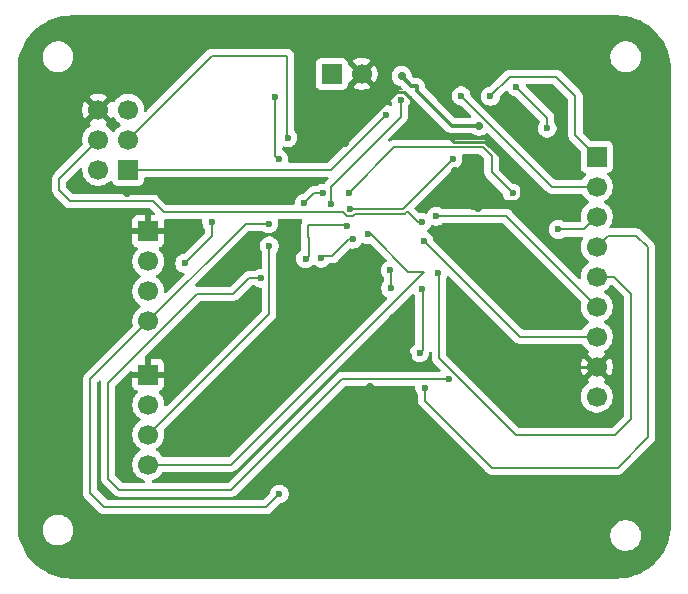
<source format=gbr>
%TF.GenerationSoftware,KiCad,Pcbnew,9.0.1*%
%TF.CreationDate,2025-11-16T15:42:57+03:00*%
%TF.ProjectId,MCU Datalogger wirh 512KB EEPROM,4d435520-4461-4746-916c-6f6767657220,1*%
%TF.SameCoordinates,Original*%
%TF.FileFunction,Copper,L2,Bot*%
%TF.FilePolarity,Positive*%
%FSLAX46Y46*%
G04 Gerber Fmt 4.6, Leading zero omitted, Abs format (unit mm)*
G04 Created by KiCad (PCBNEW 9.0.1) date 2025-11-16 15:42:57*
%MOMM*%
%LPD*%
G01*
G04 APERTURE LIST*
%TA.AperFunction,ComponentPad*%
%ADD10R,1.700000X1.700000*%
%TD*%
%TA.AperFunction,ComponentPad*%
%ADD11C,1.700000*%
%TD*%
%TA.AperFunction,ViaPad*%
%ADD12C,0.700000*%
%TD*%
%TA.AperFunction,ViaPad*%
%ADD13C,0.600000*%
%TD*%
%TA.AperFunction,Conductor*%
%ADD14C,0.250000*%
%TD*%
%TA.AperFunction,Conductor*%
%ADD15C,0.300000*%
%TD*%
%TA.AperFunction,Conductor*%
%ADD16C,0.200000*%
%TD*%
G04 APERTURE END LIST*
D10*
%TO.P,J3,1,Pin_1*%
%TO.N,/D2*%
X157268500Y-87182100D03*
D11*
%TO.P,J3,2,Pin_2*%
%TO.N,/D3*%
X157268500Y-89722100D03*
%TO.P,J3,3,Pin_3*%
%TO.N,/D4*%
X157268500Y-92262100D03*
%TO.P,J3,4,Pin_4*%
%TO.N,/D5*%
X157268500Y-94802100D03*
%TO.P,J3,5,Pin_5*%
%TO.N,/D6*%
X157268500Y-97342100D03*
%TO.P,J3,6,Pin_6*%
%TO.N,/D7*%
X157268500Y-99882100D03*
%TO.P,J3,7,Pin_7*%
%TO.N,/D8*%
X157268500Y-102422100D03*
%TO.P,J3,8,Pin_8*%
%TO.N,GND*%
X157268500Y-104962100D03*
%TO.P,J3,9,Pin_9*%
%TO.N,/Vcc*%
X157268500Y-107502100D03*
%TD*%
D10*
%TO.P,BT1,1,+*%
%TO.N,/Vcc*%
X134828500Y-80162100D03*
D11*
%TO.P,BT1,2,-*%
%TO.N,GND*%
X137368500Y-80162100D03*
%TD*%
D10*
%TO.P,J1,1,Pin_1*%
%TO.N,GND*%
X119293500Y-93492100D03*
D11*
%TO.P,J1,2,Pin_2*%
%TO.N,/Vcc*%
X119293500Y-96032100D03*
%TO.P,J1,3,Pin_3*%
%TO.N,/SDA*%
X119293500Y-98572100D03*
%TO.P,J1,4,Pin_4*%
%TO.N,/SCL*%
X119293500Y-101112100D03*
%TD*%
D10*
%TO.P,J4,1,Pin_1*%
%TO.N,/MISO*%
X117593500Y-88287100D03*
D11*
%TO.P,J4,2,Pin_2*%
%TO.N,/Vcc*%
X115053500Y-88287100D03*
%TO.P,J4,3,Pin_3*%
%TO.N,/SCL*%
X117593500Y-85747100D03*
%TO.P,J4,4,Pin_4*%
%TO.N,/MOSI*%
X115053500Y-85747100D03*
%TO.P,J4,5,Pin_5*%
%TO.N,/RESET*%
X117593500Y-83207100D03*
%TO.P,J4,6,Pin_6*%
%TO.N,GND*%
X115053500Y-83207100D03*
%TD*%
D10*
%TO.P,J2,1,Pin_1*%
%TO.N,GND*%
X119293500Y-105627100D03*
D11*
%TO.P,J2,2,Pin_2*%
%TO.N,/Vcc*%
X119293500Y-108167100D03*
%TO.P,J2,3,Pin_3*%
%TO.N,/RX*%
X119293500Y-110707100D03*
%TO.P,J2,4,Pin_4*%
%TO.N,/TX*%
X119293500Y-113247100D03*
%TD*%
D12*
%TO.N,GND*%
X134725100Y-109462100D03*
X150092100Y-94863900D03*
X153063900Y-104363500D03*
X125377900Y-101442500D03*
X141278300Y-104084100D03*
X147196500Y-91512100D03*
X138093500Y-106687100D03*
X133543500Y-104058700D03*
X145253400Y-88399600D03*
X135944300Y-86050100D03*
X140008300Y-100832900D03*
X117478500Y-90212100D03*
X121567900Y-105277900D03*
X130838900Y-100223300D03*
X132108900Y-82849700D03*
X153800500Y-100350300D03*
X121821900Y-89733100D03*
X144427900Y-90393500D03*
X132032700Y-87040700D03*
X136655500Y-95778300D03*
%TO.N,/Vcc*%
X140744900Y-80360500D03*
X147320725Y-84554275D03*
D13*
%TO.N,/SDA*%
X132489900Y-91104700D03*
X122380700Y-96210100D03*
X136274500Y-90291900D03*
X134064700Y-90266500D03*
X124666700Y-92749600D03*
X150142900Y-90291900D03*
%TO.N,/RX*%
X129543500Y-94737100D03*
%TO.N,/D2*%
X145068500Y-87387100D03*
X136118500Y-93062100D03*
X132616900Y-95803700D03*
X136368500Y-91612100D03*
X148268500Y-82062100D03*
%TO.N,/D7*%
X143693500Y-92212100D03*
%TO.N,/TX*%
X137868500Y-93762100D03*
%TO.N,/MOSI*%
X142468500Y-92737100D03*
%TO.N,/D5*%
X139793500Y-96812100D03*
X139818500Y-98312100D03*
X142718500Y-106802100D03*
X142469973Y-98362100D03*
X142268500Y-103762100D03*
%TO.N,/D6*%
X143843500Y-97018431D03*
%TO.N,/D4*%
X154018500Y-93337100D03*
X128868500Y-97462100D03*
X144743500Y-105987100D03*
%TO.N,/SCL*%
X153063900Y-84754700D03*
X150447700Y-81274900D03*
X129493500Y-92841100D03*
X130051500Y-82087700D03*
X130330900Y-87396300D03*
X130393500Y-115737100D03*
X131118500Y-85562100D03*
%TO.N,/D3*%
X140668500Y-82362100D03*
X145793500Y-82037100D03*
X134743500Y-91187100D03*
X133941500Y-95762100D03*
X136593500Y-94162100D03*
%TO.N,/D8*%
X142643500Y-94312100D03*
%TO.N,/MISO*%
X139443500Y-83612100D03*
%TD*%
D14*
%TO.N,GND*%
X141278300Y-104084100D02*
X141278300Y-102102900D01*
X150818900Y-88897734D02*
X150818900Y-90571909D01*
X121342900Y-90212100D02*
X121821900Y-89733100D01*
X138093500Y-106687100D02*
X137500100Y-106687100D01*
X125377900Y-101467900D02*
X125377900Y-101442500D01*
X153800500Y-98572300D02*
X150092100Y-94863900D01*
X141278300Y-102102900D02*
X140008300Y-100832900D01*
X144427900Y-89225100D02*
X145253400Y-88399600D01*
X145166709Y-85904300D02*
X147825466Y-85904300D01*
X140308300Y-81686100D02*
X140948509Y-81686100D01*
X147196500Y-91512100D02*
X146714900Y-91512100D01*
X140948509Y-81686100D02*
X145166709Y-85904300D01*
X145291500Y-88361500D02*
X145253400Y-88399600D01*
X146170700Y-90967900D02*
X144427900Y-89225100D01*
X147825466Y-85904300D02*
X150818900Y-88897734D01*
X132032700Y-82925900D02*
X132032700Y-87040700D01*
X117478500Y-90212100D02*
X121342900Y-90212100D01*
X135944300Y-86050100D02*
X140308300Y-81686100D01*
X153662500Y-104962100D02*
X157268500Y-104962100D01*
X137500100Y-106687100D02*
X134725100Y-109462100D01*
X132108900Y-82849700D02*
X132032700Y-82925900D01*
X144427900Y-90393500D02*
X144427900Y-89225100D01*
X130838900Y-100223300D02*
X132210500Y-100223300D01*
X150422909Y-90967900D02*
X146170700Y-90967900D01*
X153063900Y-104363500D02*
X153662500Y-104962100D01*
X132210500Y-100223300D02*
X136655500Y-95778300D01*
X150818900Y-90571909D02*
X150422909Y-90967900D01*
X146714900Y-91512100D02*
X146170700Y-90967900D01*
X121567900Y-105277900D02*
X125377900Y-101467900D01*
X153800500Y-100350300D02*
X153800500Y-98572300D01*
D15*
%TO.N,/Vcc*%
X143361100Y-82875100D02*
X142091100Y-81605100D01*
X141583100Y-81198700D02*
X140744900Y-80360500D01*
X147320725Y-84554275D02*
X145040275Y-84554275D01*
X142091100Y-81605100D02*
X142091100Y-81198700D01*
X145040275Y-84554275D02*
X143361100Y-82875100D01*
X142091100Y-81198700D02*
X141583100Y-81198700D01*
D16*
%TO.N,/SDA*%
X148364900Y-87116900D02*
X147628300Y-86380300D01*
X140135300Y-86380300D02*
X136274500Y-90241100D01*
X134064700Y-90266500D02*
X133328100Y-90266500D01*
X147628300Y-86380300D02*
X140135300Y-86380300D01*
X148364900Y-88513900D02*
X148364900Y-87116900D01*
X150142900Y-90291900D02*
X148364900Y-88513900D01*
X136274500Y-90241100D02*
X136274500Y-90291900D01*
X133328100Y-90266500D02*
X132489900Y-91104700D01*
X122380700Y-96210100D02*
X124666700Y-93924100D01*
X124666700Y-93924100D02*
X124666700Y-92749600D01*
%TO.N,/RX*%
X119293500Y-110707100D02*
X129543500Y-100457100D01*
X129543500Y-100457100D02*
X129543500Y-94737100D01*
%TO.N,/D2*%
X157268500Y-87182100D02*
X155468500Y-85382100D01*
X153818500Y-80412100D02*
X152068500Y-80412100D01*
X152068500Y-80412100D02*
X149918500Y-80412100D01*
X149918500Y-80412100D02*
X148268500Y-82062100D01*
X145068500Y-87387100D02*
X140843500Y-91612100D01*
X132616900Y-95803700D02*
X132868500Y-95552100D01*
X136043500Y-92987100D02*
X136118500Y-93062100D01*
X132868500Y-94012100D02*
X132843500Y-93987100D01*
X140843500Y-91612100D02*
X136368500Y-91612100D01*
X132843500Y-92987100D02*
X136043500Y-92987100D01*
X132843500Y-93987100D02*
X132843500Y-92987100D01*
X155468500Y-85382100D02*
X155468500Y-82062100D01*
X132868500Y-95552100D02*
X132868500Y-94012100D01*
X155468500Y-82062100D02*
X153818500Y-80412100D01*
%TO.N,/D7*%
X149598500Y-92212100D02*
X143693500Y-92212100D01*
X157268500Y-99882100D02*
X149598500Y-92212100D01*
%TO.N,/TX*%
X138168500Y-93762100D02*
X141306843Y-96900443D01*
X141306843Y-96900443D02*
X142661828Y-96900443D01*
X142661828Y-96900443D02*
X126315171Y-113247100D01*
X126315171Y-113247100D02*
X119293500Y-113247100D01*
X137868500Y-93762100D02*
X138168500Y-93762100D01*
%TO.N,/MOSI*%
X119668500Y-90912100D02*
X112717900Y-90912100D01*
X141156000Y-91866700D02*
X141009600Y-92013100D01*
X111760000Y-90030000D02*
X112680000Y-90950000D01*
X141273100Y-91866700D02*
X141156000Y-91866700D01*
X136617443Y-92213100D02*
X136119557Y-92213100D01*
X135773157Y-91866700D02*
X120623100Y-91866700D01*
X141009600Y-92013100D02*
X136817443Y-92013100D01*
X112717900Y-90912100D02*
X112680000Y-90950000D01*
X136817443Y-92013100D02*
X136617443Y-92213100D01*
X142143500Y-92737100D02*
X141273100Y-91866700D01*
X136119557Y-92213100D02*
X135773157Y-91866700D01*
X142468500Y-92737100D02*
X142143500Y-92737100D01*
X111760000Y-89040600D02*
X111760000Y-90030000D01*
X120623100Y-91866700D02*
X119668500Y-90912100D01*
X111760000Y-89040600D02*
X115053500Y-85747100D01*
%TO.N,/D5*%
X161618500Y-110951500D02*
X159057900Y-113512100D01*
X142518500Y-98410627D02*
X142469973Y-98362100D01*
X161618500Y-94862100D02*
X161618500Y-110951500D01*
X139818500Y-98312100D02*
X139818500Y-96837100D01*
X148393500Y-113512100D02*
X142718500Y-107837100D01*
X139818500Y-96837100D02*
X139793500Y-96812100D01*
X160616400Y-93860000D02*
X161618500Y-94862100D01*
X142268500Y-103762100D02*
X142518500Y-103512100D01*
X142518500Y-103512100D02*
X142518500Y-98410627D01*
X157268500Y-94802100D02*
X158210600Y-93860000D01*
X158210600Y-93860000D02*
X160616400Y-93860000D01*
X159057900Y-113512100D02*
X148393500Y-113512100D01*
X142718500Y-107837100D02*
X142718500Y-106802100D01*
%TO.N,/D6*%
X160180000Y-109380000D02*
X158820000Y-110740000D01*
X158820000Y-110740000D02*
X150421400Y-110740000D01*
X157268500Y-97342100D02*
X158748500Y-97342100D01*
X143862169Y-97037100D02*
X143843500Y-97018431D01*
X143918500Y-97037100D02*
X143862169Y-97037100D01*
X158748500Y-97342100D02*
X160180000Y-98773600D01*
X143918500Y-104237100D02*
X143918500Y-97037100D01*
X150421400Y-110740000D02*
X143918500Y-104237100D01*
X160180000Y-98773600D02*
X160180000Y-109380000D01*
%TO.N,/D4*%
X135718500Y-105987100D02*
X126318500Y-115387100D01*
X157268500Y-92262100D02*
X156193500Y-93337100D01*
X115918500Y-114448500D02*
X115918500Y-106312100D01*
X123443500Y-98787100D02*
X126493500Y-98787100D01*
X144743500Y-105987100D02*
X135718500Y-105987100D01*
X126493500Y-98787100D02*
X127818500Y-97462100D01*
X127818500Y-97462100D02*
X128868500Y-97462100D01*
X156193500Y-93337100D02*
X154018500Y-93337100D01*
X115918500Y-106312100D02*
X123443500Y-98787100D01*
X116857100Y-115387100D02*
X115918500Y-114448500D01*
X126318500Y-115387100D02*
X116857100Y-115387100D01*
%TO.N,/SCL*%
X130051500Y-82087700D02*
X130051500Y-87116900D01*
X115557100Y-116837100D02*
X129293500Y-116837100D01*
X129293500Y-116837100D02*
X130393500Y-115737100D01*
X130051500Y-87116900D02*
X130330900Y-87396300D01*
X153063900Y-83891100D02*
X150447700Y-81274900D01*
X124678500Y-78662100D02*
X131043500Y-78662100D01*
X114368500Y-115648500D02*
X115557100Y-116837100D01*
X119293500Y-101112100D02*
X114368500Y-106037100D01*
X131043500Y-85487100D02*
X131118500Y-85562100D01*
X153063900Y-84754700D02*
X153063900Y-83891100D01*
X127564500Y-92841100D02*
X119293500Y-101112100D01*
X131043500Y-78662100D02*
X131043500Y-85487100D01*
X117593500Y-85747100D02*
X124678500Y-78662100D01*
X129493500Y-92841100D02*
X127564500Y-92841100D01*
X114368500Y-106037100D02*
X114368500Y-115648500D01*
%TO.N,/D3*%
X134743500Y-89737100D02*
X134743500Y-91187100D01*
X139318500Y-85162100D02*
X134743500Y-89737100D01*
X134877500Y-95600500D02*
X136315900Y-94162100D01*
X140668500Y-82362100D02*
X140668500Y-83812100D01*
X134103100Y-95600500D02*
X134877500Y-95600500D01*
X136315900Y-94162100D02*
X136593500Y-94162100D01*
X153478500Y-89722100D02*
X145793500Y-82037100D01*
X140668500Y-83812100D02*
X139318500Y-85162100D01*
X157268500Y-89722100D02*
X153478500Y-89722100D01*
X133941500Y-95762100D02*
X134103100Y-95600500D01*
%TO.N,/D8*%
X150753500Y-102422100D02*
X142643500Y-94312100D01*
X157268500Y-102422100D02*
X150753500Y-102422100D01*
%TO.N,/MISO*%
X117593500Y-88287100D02*
X134768500Y-88287100D01*
X134768500Y-88287100D02*
X139443500Y-83612100D01*
%TD*%
%TA.AperFunction,Conductor*%
%TO.N,GND*%
G36*
X117866451Y-105315897D02*
G01*
X117910798Y-105344398D01*
X117943500Y-105377100D01*
X118860488Y-105377100D01*
X118827575Y-105434107D01*
X118793500Y-105561274D01*
X118793500Y-105692926D01*
X118827575Y-105820093D01*
X118860488Y-105877100D01*
X117943500Y-105877100D01*
X117943500Y-106524944D01*
X117949901Y-106584472D01*
X117949903Y-106584479D01*
X118000145Y-106719186D01*
X118000149Y-106719193D01*
X118086309Y-106834287D01*
X118086312Y-106834290D01*
X118201406Y-106920450D01*
X118201413Y-106920454D01*
X118332970Y-106969522D01*
X118388904Y-107011393D01*
X118413321Y-107076858D01*
X118398469Y-107145131D01*
X118377319Y-107173385D01*
X118263389Y-107287315D01*
X118138451Y-107459279D01*
X118041944Y-107648685D01*
X117976253Y-107850860D01*
X117965912Y-107916154D01*
X117943000Y-108060813D01*
X117943000Y-108273387D01*
X117976254Y-108483343D01*
X118003821Y-108568186D01*
X118041944Y-108685514D01*
X118138451Y-108874920D01*
X118263390Y-109046886D01*
X118413713Y-109197209D01*
X118585682Y-109322150D01*
X118594446Y-109326616D01*
X118645242Y-109374591D01*
X118662036Y-109442412D01*
X118639498Y-109508547D01*
X118594446Y-109547584D01*
X118585682Y-109552049D01*
X118413713Y-109676990D01*
X118263390Y-109827313D01*
X118138451Y-109999279D01*
X118041944Y-110188685D01*
X117976253Y-110390860D01*
X117976253Y-110390862D01*
X117943000Y-110600813D01*
X117943000Y-110813387D01*
X117976254Y-111023343D01*
X118040322Y-111220524D01*
X118041944Y-111225514D01*
X118138451Y-111414920D01*
X118263390Y-111586886D01*
X118413713Y-111737209D01*
X118585682Y-111862150D01*
X118594446Y-111866616D01*
X118645242Y-111914591D01*
X118662036Y-111982412D01*
X118639498Y-112048547D01*
X118594446Y-112087584D01*
X118585682Y-112092049D01*
X118413713Y-112216990D01*
X118263390Y-112367313D01*
X118138451Y-112539279D01*
X118041944Y-112728685D01*
X117976253Y-112930860D01*
X117943000Y-113140813D01*
X117943000Y-113353387D01*
X117976254Y-113563343D01*
X117989986Y-113605607D01*
X118041944Y-113765514D01*
X118138451Y-113954920D01*
X118263390Y-114126886D01*
X118413713Y-114277209D01*
X118585679Y-114402148D01*
X118585681Y-114402149D01*
X118585684Y-114402151D01*
X118775088Y-114498657D01*
X118916700Y-114544669D01*
X118974375Y-114584107D01*
X119001573Y-114648465D01*
X118989658Y-114717311D01*
X118942414Y-114768787D01*
X118878381Y-114786600D01*
X117157197Y-114786600D01*
X117090158Y-114766915D01*
X117069516Y-114750281D01*
X116555319Y-114236084D01*
X116521834Y-114174761D01*
X116519000Y-114148403D01*
X116519000Y-106612197D01*
X116538685Y-106545158D01*
X116555319Y-106524516D01*
X117136451Y-105943384D01*
X117735438Y-105344396D01*
X117796759Y-105310913D01*
X117866451Y-105315897D01*
G37*
%TD.AperFunction*%
%TA.AperFunction,Conductor*%
G36*
X141729092Y-98764062D02*
G01*
X141748563Y-98765455D01*
X141761475Y-98775121D01*
X141776740Y-98780334D01*
X141802383Y-98804585D01*
X141805530Y-98808553D01*
X141848184Y-98872389D01*
X141886722Y-98910927D01*
X141891154Y-98916515D01*
X141901701Y-98942549D01*
X141915166Y-98967207D01*
X141914644Y-98974497D01*
X141917389Y-98981272D01*
X141918000Y-98993567D01*
X141918000Y-102967264D01*
X141898315Y-103034303D01*
X141862891Y-103070366D01*
X141758210Y-103140310D01*
X141646713Y-103251807D01*
X141646710Y-103251811D01*
X141559109Y-103382914D01*
X141559102Y-103382927D01*
X141498764Y-103528598D01*
X141498761Y-103528610D01*
X141468000Y-103683253D01*
X141468000Y-103840946D01*
X141498761Y-103995589D01*
X141498764Y-103995601D01*
X141559102Y-104141272D01*
X141559109Y-104141285D01*
X141646710Y-104272388D01*
X141646713Y-104272392D01*
X141758207Y-104383886D01*
X141758211Y-104383889D01*
X141889314Y-104471490D01*
X141889327Y-104471497D01*
X142004021Y-104519004D01*
X142035003Y-104531837D01*
X142186647Y-104562001D01*
X142189653Y-104562599D01*
X142189656Y-104562600D01*
X142189658Y-104562600D01*
X142347344Y-104562600D01*
X142347345Y-104562599D01*
X142501997Y-104531837D01*
X142647679Y-104471494D01*
X142778789Y-104383889D01*
X142890289Y-104272389D01*
X142977894Y-104141279D01*
X143038237Y-103995597D01*
X143069000Y-103840942D01*
X143069000Y-103790462D01*
X143070627Y-103782282D01*
X143069711Y-103777203D01*
X143078440Y-103743006D01*
X143079440Y-103740592D01*
X143123283Y-103686190D01*
X143189578Y-103664127D01*
X143257277Y-103681408D01*
X143304886Y-103732547D01*
X143318000Y-103788048D01*
X143318000Y-104150430D01*
X143317999Y-104150448D01*
X143317999Y-104316154D01*
X143317998Y-104316154D01*
X143358923Y-104468885D01*
X143387858Y-104519000D01*
X143387859Y-104519004D01*
X143387860Y-104519004D01*
X143437979Y-104605814D01*
X143437981Y-104605817D01*
X143556849Y-104724685D01*
X143556855Y-104724690D01*
X144007084Y-105174919D01*
X144040569Y-105236242D01*
X144035585Y-105305934D01*
X143993713Y-105361867D01*
X143928249Y-105386284D01*
X143919403Y-105386600D01*
X135639440Y-105386600D01*
X135598519Y-105397564D01*
X135598519Y-105397565D01*
X135561251Y-105407551D01*
X135486714Y-105427523D01*
X135486709Y-105427526D01*
X135349790Y-105506575D01*
X135349782Y-105506581D01*
X135237980Y-105618384D01*
X135237978Y-105618386D01*
X130667677Y-110188688D01*
X126106084Y-114750281D01*
X126044761Y-114783766D01*
X126018403Y-114786600D01*
X119708619Y-114786600D01*
X119641580Y-114766915D01*
X119595825Y-114714111D01*
X119585881Y-114644953D01*
X119614906Y-114581397D01*
X119670299Y-114544669D01*
X119811912Y-114498657D01*
X120001316Y-114402151D01*
X120056789Y-114361848D01*
X120173286Y-114277209D01*
X120173288Y-114277206D01*
X120173292Y-114277204D01*
X120323604Y-114126892D01*
X120323606Y-114126888D01*
X120323609Y-114126886D01*
X120384744Y-114042739D01*
X120448551Y-113954916D01*
X120448849Y-113954330D01*
X120468735Y-113915305D01*
X120516709Y-113864509D01*
X120579219Y-113847600D01*
X126228502Y-113847600D01*
X126228518Y-113847601D01*
X126236114Y-113847601D01*
X126394225Y-113847601D01*
X126394228Y-113847601D01*
X126546956Y-113806677D01*
X126597075Y-113777739D01*
X126683887Y-113727620D01*
X126795691Y-113615816D01*
X126795691Y-113615814D01*
X126805899Y-113605607D01*
X126805901Y-113605604D01*
X141617550Y-98793954D01*
X141631703Y-98786226D01*
X141642787Y-98774506D01*
X141661739Y-98769825D01*
X141678871Y-98760471D01*
X141694958Y-98761621D01*
X141710619Y-98757754D01*
X141729092Y-98764062D01*
G37*
%TD.AperFunction*%
%TA.AperFunction,Conductor*%
G36*
X132302531Y-92486885D02*
G01*
X132348286Y-92539689D01*
X132358230Y-92608847D01*
X132342879Y-92653200D01*
X132283924Y-92755313D01*
X132283923Y-92755316D01*
X132243000Y-92908043D01*
X132243000Y-93900430D01*
X132242999Y-93900448D01*
X132242999Y-93908043D01*
X132242999Y-94066157D01*
X132262142Y-94137599D01*
X132263775Y-94143692D01*
X132268000Y-94175786D01*
X132268000Y-95007794D01*
X132248315Y-95074833D01*
X132212891Y-95110896D01*
X132106611Y-95181910D01*
X132106607Y-95181913D01*
X131995113Y-95293407D01*
X131995110Y-95293411D01*
X131907509Y-95424514D01*
X131907502Y-95424527D01*
X131847164Y-95570198D01*
X131847161Y-95570210D01*
X131816400Y-95724853D01*
X131816400Y-95882546D01*
X131847161Y-96037189D01*
X131847164Y-96037201D01*
X131907502Y-96182872D01*
X131907509Y-96182885D01*
X131995110Y-96313988D01*
X131995113Y-96313992D01*
X132106607Y-96425486D01*
X132106611Y-96425489D01*
X132237714Y-96513090D01*
X132237727Y-96513097D01*
X132357240Y-96562600D01*
X132383403Y-96573437D01*
X132538053Y-96604199D01*
X132538056Y-96604200D01*
X132538058Y-96604200D01*
X132695744Y-96604200D01*
X132695745Y-96604199D01*
X132850397Y-96573437D01*
X132996079Y-96513094D01*
X133127189Y-96425489D01*
X133168792Y-96383886D01*
X133212319Y-96340360D01*
X133273642Y-96306875D01*
X133343334Y-96311859D01*
X133387681Y-96340360D01*
X133431207Y-96383886D01*
X133431211Y-96383889D01*
X133562314Y-96471490D01*
X133562327Y-96471497D01*
X133662743Y-96513090D01*
X133708003Y-96531837D01*
X133862653Y-96562599D01*
X133862656Y-96562600D01*
X133862658Y-96562600D01*
X134020344Y-96562600D01*
X134020345Y-96562599D01*
X134174997Y-96531837D01*
X134290366Y-96484050D01*
X134320672Y-96471497D01*
X134320672Y-96471496D01*
X134320679Y-96471494D01*
X134451789Y-96383889D01*
X134563289Y-96272389D01*
X134574166Y-96256109D01*
X134580257Y-96251018D01*
X134583556Y-96243797D01*
X134606684Y-96228933D01*
X134627778Y-96211305D01*
X134637152Y-96209353D01*
X134642334Y-96206023D01*
X134677269Y-96201000D01*
X134790831Y-96201000D01*
X134790847Y-96201001D01*
X134798443Y-96201001D01*
X134956554Y-96201001D01*
X134956557Y-96201001D01*
X135109285Y-96160077D01*
X135160269Y-96130641D01*
X135246216Y-96081020D01*
X135358020Y-95969216D01*
X135358020Y-95969214D01*
X135368224Y-95959011D01*
X135368227Y-95959006D01*
X136342660Y-94984574D01*
X136403981Y-94951091D01*
X136454531Y-94950640D01*
X136514655Y-94962600D01*
X136514658Y-94962600D01*
X136672344Y-94962600D01*
X136672345Y-94962599D01*
X136826997Y-94931837D01*
X136972679Y-94871494D01*
X137103789Y-94783889D01*
X137215289Y-94672389D01*
X137302894Y-94541279D01*
X137308124Y-94528651D01*
X137351965Y-94474248D01*
X137418258Y-94452182D01*
X137483801Y-94468909D01*
X137483954Y-94468625D01*
X137485112Y-94469244D01*
X137485958Y-94469460D01*
X137488430Y-94471018D01*
X137489325Y-94471496D01*
X137634998Y-94531835D01*
X137635003Y-94531837D01*
X137789653Y-94562599D01*
X137789656Y-94562600D01*
X137789658Y-94562600D01*
X137947343Y-94562600D01*
X137960482Y-94559986D01*
X138026153Y-94546923D01*
X138095742Y-94553149D01*
X138138024Y-94580859D01*
X139456726Y-95899561D01*
X139490211Y-95960884D01*
X139485227Y-96030576D01*
X139443355Y-96086509D01*
X139416511Y-96101798D01*
X139414327Y-96102702D01*
X139414314Y-96102709D01*
X139283211Y-96190310D01*
X139283207Y-96190313D01*
X139171713Y-96301807D01*
X139171710Y-96301811D01*
X139084109Y-96432914D01*
X139084102Y-96432927D01*
X139023764Y-96578598D01*
X139023761Y-96578610D01*
X138993000Y-96733253D01*
X138993000Y-96890946D01*
X139023761Y-97045589D01*
X139023764Y-97045601D01*
X139084102Y-97191272D01*
X139084109Y-97191285D01*
X139171710Y-97322388D01*
X139171712Y-97322391D01*
X139181678Y-97332356D01*
X139215165Y-97393678D01*
X139218000Y-97420040D01*
X139218000Y-97732334D01*
X139198315Y-97799373D01*
X139197102Y-97801225D01*
X139109109Y-97932914D01*
X139109102Y-97932927D01*
X139048764Y-98078598D01*
X139048761Y-98078610D01*
X139018000Y-98233253D01*
X139018000Y-98390946D01*
X139048761Y-98545589D01*
X139048764Y-98545601D01*
X139109102Y-98691272D01*
X139109109Y-98691285D01*
X139196710Y-98822388D01*
X139196713Y-98822392D01*
X139308207Y-98933886D01*
X139308211Y-98933889D01*
X139439314Y-99021490D01*
X139439316Y-99021491D01*
X139439317Y-99021491D01*
X139439321Y-99021494D01*
X139446211Y-99024348D01*
X139500614Y-99068185D01*
X139522683Y-99134478D01*
X139505407Y-99202178D01*
X139486443Y-99226591D01*
X126102755Y-112610281D01*
X126041432Y-112643766D01*
X126015074Y-112646600D01*
X120579219Y-112646600D01*
X120512180Y-112626915D01*
X120468735Y-112578895D01*
X120448552Y-112539285D01*
X120448551Y-112539284D01*
X120323609Y-112367313D01*
X120173286Y-112216990D01*
X120001320Y-112092051D01*
X120000615Y-112091691D01*
X119992554Y-112087585D01*
X119941759Y-112039612D01*
X119924963Y-111971792D01*
X119947499Y-111905656D01*
X119992554Y-111866615D01*
X120001316Y-111862151D01*
X120023289Y-111846186D01*
X120173286Y-111737209D01*
X120173288Y-111737206D01*
X120173292Y-111737204D01*
X120323604Y-111586892D01*
X120323606Y-111586888D01*
X120323609Y-111586886D01*
X120448548Y-111414920D01*
X120448547Y-111414920D01*
X120448551Y-111414916D01*
X120545057Y-111225512D01*
X120610746Y-111023343D01*
X120644000Y-110813387D01*
X120644000Y-110600813D01*
X120610746Y-110390857D01*
X120597006Y-110348573D01*
X120595012Y-110278735D01*
X120627255Y-110222578D01*
X129912213Y-100937621D01*
X129912216Y-100937620D01*
X130024020Y-100825816D01*
X130074139Y-100739004D01*
X130103077Y-100688885D01*
X130144001Y-100536157D01*
X130144001Y-100378043D01*
X130144001Y-100370448D01*
X130144000Y-100370430D01*
X130144000Y-95316865D01*
X130163685Y-95249826D01*
X130164898Y-95247974D01*
X130252890Y-95116285D01*
X130252890Y-95116284D01*
X130252894Y-95116279D01*
X130313237Y-94970597D01*
X130344000Y-94815942D01*
X130344000Y-94658258D01*
X130344000Y-94658255D01*
X130343999Y-94658253D01*
X130338442Y-94630316D01*
X130313237Y-94503603D01*
X130305888Y-94485860D01*
X130252897Y-94357927D01*
X130252890Y-94357914D01*
X130165289Y-94226811D01*
X130165286Y-94226807D01*
X130053792Y-94115313D01*
X130053788Y-94115310D01*
X129922685Y-94027709D01*
X129922672Y-94027702D01*
X129777001Y-93967364D01*
X129776989Y-93967361D01*
X129622345Y-93936600D01*
X129622342Y-93936600D01*
X129464658Y-93936600D01*
X129464655Y-93936600D01*
X129310010Y-93967361D01*
X129309998Y-93967364D01*
X129164327Y-94027702D01*
X129164314Y-94027709D01*
X129033211Y-94115310D01*
X129033207Y-94115313D01*
X128921713Y-94226807D01*
X128921710Y-94226811D01*
X128834109Y-94357914D01*
X128834102Y-94357927D01*
X128773764Y-94503598D01*
X128773761Y-94503610D01*
X128743000Y-94658253D01*
X128743000Y-94815946D01*
X128773761Y-94970589D01*
X128773764Y-94970601D01*
X128834102Y-95116272D01*
X128834109Y-95116285D01*
X128922102Y-95247974D01*
X128942980Y-95314651D01*
X128943000Y-95316865D01*
X128943000Y-96537600D01*
X128923315Y-96604639D01*
X128870511Y-96650394D01*
X128819000Y-96661600D01*
X128789655Y-96661600D01*
X128635010Y-96692361D01*
X128634998Y-96692364D01*
X128489327Y-96752702D01*
X128489314Y-96752709D01*
X128357625Y-96840702D01*
X128290947Y-96861580D01*
X128288734Y-96861600D01*
X127905169Y-96861600D01*
X127905153Y-96861599D01*
X127897557Y-96861599D01*
X127739443Y-96861599D01*
X127659510Y-96883017D01*
X127586716Y-96902522D01*
X127557319Y-96919495D01*
X127557318Y-96919494D01*
X127449787Y-96981577D01*
X127449782Y-96981581D01*
X127393171Y-97038193D01*
X127337980Y-97093384D01*
X127337978Y-97093386D01*
X126791940Y-97639425D01*
X126281084Y-98150281D01*
X126219761Y-98183766D01*
X126193403Y-98186600D01*
X123367596Y-98186600D01*
X123300557Y-98166915D01*
X123254802Y-98114111D01*
X123244858Y-98044953D01*
X123273883Y-97981397D01*
X123279915Y-97974919D01*
X124209234Y-97045601D01*
X127776916Y-93477919D01*
X127838239Y-93444434D01*
X127864597Y-93441600D01*
X128913734Y-93441600D01*
X128980773Y-93461285D01*
X128982625Y-93462498D01*
X129114314Y-93550490D01*
X129114327Y-93550497D01*
X129259998Y-93610835D01*
X129260003Y-93610837D01*
X129414653Y-93641599D01*
X129414656Y-93641600D01*
X129414658Y-93641600D01*
X129572344Y-93641600D01*
X129572345Y-93641599D01*
X129726997Y-93610837D01*
X129839666Y-93564167D01*
X129872672Y-93550497D01*
X129872672Y-93550496D01*
X129872679Y-93550494D01*
X130003789Y-93462889D01*
X130115289Y-93351389D01*
X130202894Y-93220279D01*
X130263237Y-93074597D01*
X130294000Y-92919942D01*
X130294000Y-92762258D01*
X130294000Y-92762255D01*
X130293999Y-92762253D01*
X130264787Y-92615391D01*
X130271014Y-92545800D01*
X130313877Y-92490622D01*
X130379767Y-92467378D01*
X130386404Y-92467200D01*
X132235492Y-92467200D01*
X132302531Y-92486885D01*
G37*
%TD.AperFunction*%
%TA.AperFunction,Conductor*%
G36*
X144725187Y-97271009D02*
G01*
X144755450Y-97278733D01*
X144759931Y-97282214D01*
X144761946Y-97282864D01*
X144764022Y-97285392D01*
X144779859Y-97297694D01*
X150268639Y-102786474D01*
X150268649Y-102786485D01*
X150272979Y-102790815D01*
X150272980Y-102790816D01*
X150384784Y-102902620D01*
X150471221Y-102952524D01*
X150471222Y-102952525D01*
X150521709Y-102981674D01*
X150521710Y-102981675D01*
X150521712Y-102981675D01*
X150521715Y-102981677D01*
X150674443Y-103022601D01*
X150674446Y-103022601D01*
X150840153Y-103022601D01*
X150840169Y-103022600D01*
X155982781Y-103022600D01*
X156049820Y-103042285D01*
X156093265Y-103090305D01*
X156113447Y-103129914D01*
X156113448Y-103129915D01*
X156238390Y-103301886D01*
X156388713Y-103452209D01*
X156560679Y-103577148D01*
X156560681Y-103577149D01*
X156560684Y-103577151D01*
X156569993Y-103581894D01*
X156620790Y-103629866D01*
X156637587Y-103697687D01*
X156615052Y-103763822D01*
X156570005Y-103802860D01*
X156560946Y-103807476D01*
X156560940Y-103807480D01*
X156506782Y-103846827D01*
X156506782Y-103846828D01*
X157139091Y-104479137D01*
X157075507Y-104496175D01*
X156961493Y-104562001D01*
X156868401Y-104655093D01*
X156802575Y-104769107D01*
X156785537Y-104832691D01*
X156153228Y-104200382D01*
X156153227Y-104200382D01*
X156113880Y-104254539D01*
X156017404Y-104443882D01*
X155951742Y-104645969D01*
X155951742Y-104645972D01*
X155918500Y-104855853D01*
X155918500Y-105068346D01*
X155951742Y-105278227D01*
X155951742Y-105278230D01*
X156017404Y-105480317D01*
X156113875Y-105669650D01*
X156153228Y-105723816D01*
X156785537Y-105091508D01*
X156802575Y-105155093D01*
X156868401Y-105269107D01*
X156961493Y-105362199D01*
X157075507Y-105428025D01*
X157139090Y-105445062D01*
X156506782Y-106077369D01*
X156506782Y-106077370D01*
X156560952Y-106116726D01*
X156560951Y-106116726D01*
X156569995Y-106121334D01*
X156620792Y-106169308D01*
X156637587Y-106237129D01*
X156615050Y-106303264D01*
X156569999Y-106342302D01*
X156560682Y-106347049D01*
X156388713Y-106471990D01*
X156238390Y-106622313D01*
X156113451Y-106794279D01*
X156016944Y-106983685D01*
X155951253Y-107185860D01*
X155918000Y-107395813D01*
X155918000Y-107608386D01*
X155940497Y-107750430D01*
X155951254Y-107818343D01*
X155961819Y-107850860D01*
X156016944Y-108020514D01*
X156113451Y-108209920D01*
X156238390Y-108381886D01*
X156388713Y-108532209D01*
X156560679Y-108657148D01*
X156560681Y-108657149D01*
X156560684Y-108657151D01*
X156750088Y-108753657D01*
X156952257Y-108819346D01*
X157162213Y-108852600D01*
X157162214Y-108852600D01*
X157374786Y-108852600D01*
X157374787Y-108852600D01*
X157584743Y-108819346D01*
X157786912Y-108753657D01*
X157976316Y-108657151D01*
X158098767Y-108568186D01*
X158148286Y-108532209D01*
X158148288Y-108532206D01*
X158148292Y-108532204D01*
X158298604Y-108381892D01*
X158298606Y-108381888D01*
X158298609Y-108381886D01*
X158423548Y-108209920D01*
X158423547Y-108209920D01*
X158423551Y-108209916D01*
X158520057Y-108020512D01*
X158585746Y-107818343D01*
X158619000Y-107608387D01*
X158619000Y-107395813D01*
X158585746Y-107185857D01*
X158520057Y-106983688D01*
X158423551Y-106794284D01*
X158423549Y-106794281D01*
X158423548Y-106794279D01*
X158298609Y-106622313D01*
X158148286Y-106471990D01*
X157976317Y-106347049D01*
X157967004Y-106342304D01*
X157916207Y-106294330D01*
X157899412Y-106226509D01*
X157921949Y-106160374D01*
X157967007Y-106121332D01*
X157976055Y-106116722D01*
X158030216Y-106077370D01*
X158030217Y-106077370D01*
X157397908Y-105445062D01*
X157461493Y-105428025D01*
X157575507Y-105362199D01*
X157668599Y-105269107D01*
X157734425Y-105155093D01*
X157751462Y-105091509D01*
X158383770Y-105723817D01*
X158383770Y-105723816D01*
X158423122Y-105669654D01*
X158519595Y-105480317D01*
X158585257Y-105278230D01*
X158585257Y-105278227D01*
X158618500Y-105068346D01*
X158618500Y-104855853D01*
X158585257Y-104645972D01*
X158585257Y-104645969D01*
X158519595Y-104443882D01*
X158423124Y-104254549D01*
X158383770Y-104200382D01*
X158383769Y-104200382D01*
X157751462Y-104832690D01*
X157734425Y-104769107D01*
X157668599Y-104655093D01*
X157575507Y-104562001D01*
X157461493Y-104496175D01*
X157397909Y-104479137D01*
X158030216Y-103846828D01*
X157976047Y-103807473D01*
X157976047Y-103807472D01*
X157967000Y-103802863D01*
X157916206Y-103754888D01*
X157899412Y-103687066D01*
X157921951Y-103620932D01*
X157967008Y-103581893D01*
X157976316Y-103577151D01*
X158055507Y-103519615D01*
X158148286Y-103452209D01*
X158148288Y-103452206D01*
X158148292Y-103452204D01*
X158298604Y-103301892D01*
X158298606Y-103301888D01*
X158298609Y-103301886D01*
X158423548Y-103129920D01*
X158423547Y-103129920D01*
X158423551Y-103129916D01*
X158520057Y-102940512D01*
X158585746Y-102738343D01*
X158619000Y-102528387D01*
X158619000Y-102315813D01*
X158585746Y-102105857D01*
X158520057Y-101903688D01*
X158423551Y-101714284D01*
X158423549Y-101714281D01*
X158423548Y-101714279D01*
X158298609Y-101542313D01*
X158148286Y-101391990D01*
X157976320Y-101267051D01*
X157975615Y-101266691D01*
X157967554Y-101262585D01*
X157916759Y-101214612D01*
X157899963Y-101146792D01*
X157922499Y-101080656D01*
X157967554Y-101041615D01*
X157976316Y-101037151D01*
X158019449Y-101005813D01*
X158148286Y-100912209D01*
X158148288Y-100912206D01*
X158148292Y-100912204D01*
X158298604Y-100761892D01*
X158298606Y-100761888D01*
X158298609Y-100761886D01*
X158407586Y-100611889D01*
X158423551Y-100589916D01*
X158520057Y-100400512D01*
X158585746Y-100198343D01*
X158619000Y-99988387D01*
X158619000Y-99775813D01*
X158585746Y-99565857D01*
X158520057Y-99363688D01*
X158423551Y-99174284D01*
X158423549Y-99174281D01*
X158423548Y-99174279D01*
X158298609Y-99002313D01*
X158148286Y-98851990D01*
X157976320Y-98727051D01*
X157975615Y-98726691D01*
X157967554Y-98722585D01*
X157916759Y-98674612D01*
X157899963Y-98606792D01*
X157922499Y-98540656D01*
X157967554Y-98501615D01*
X157976316Y-98497151D01*
X158053682Y-98440942D01*
X158148286Y-98372209D01*
X158148288Y-98372206D01*
X158148292Y-98372204D01*
X158298604Y-98221892D01*
X158415445Y-98061071D01*
X158470773Y-98018408D01*
X158540386Y-98012429D01*
X158602182Y-98045034D01*
X158603443Y-98046278D01*
X159543181Y-98986016D01*
X159576666Y-99047339D01*
X159579500Y-99073697D01*
X159579500Y-109079903D01*
X159559815Y-109146942D01*
X159543181Y-109167584D01*
X158607584Y-110103181D01*
X158546261Y-110136666D01*
X158519903Y-110139500D01*
X150721497Y-110139500D01*
X150654458Y-110119815D01*
X150633816Y-110103181D01*
X144555319Y-104024684D01*
X144521834Y-103963361D01*
X144519000Y-103937003D01*
X144519000Y-97485950D01*
X144521797Y-97473859D01*
X144520770Y-97465071D01*
X144528073Y-97446739D01*
X144531604Y-97431481D01*
X144535266Y-97423991D01*
X144552894Y-97397610D01*
X144579091Y-97334363D01*
X144580782Y-97330906D01*
X144601853Y-97307846D01*
X144621457Y-97283520D01*
X144625230Y-97282264D01*
X144627914Y-97279327D01*
X144658116Y-97271317D01*
X144687751Y-97261454D01*
X144691604Y-97262437D01*
X144695449Y-97261418D01*
X144725187Y-97271009D01*
G37*
%TD.AperFunction*%
%TA.AperFunction,Conductor*%
G36*
X128355773Y-98082285D02*
G01*
X128357625Y-98083498D01*
X128489314Y-98171490D01*
X128489327Y-98171497D01*
X128610993Y-98221892D01*
X128635003Y-98231837D01*
X128755759Y-98255857D01*
X128789653Y-98262599D01*
X128789656Y-98262600D01*
X128789658Y-98262600D01*
X128819000Y-98262600D01*
X128886039Y-98282285D01*
X128931794Y-98335089D01*
X128943000Y-98386600D01*
X128943000Y-100157002D01*
X128923315Y-100224041D01*
X128906681Y-100244683D01*
X120855681Y-108295683D01*
X120794358Y-108329168D01*
X120724666Y-108324184D01*
X120668733Y-108282312D01*
X120644316Y-108216848D01*
X120644000Y-108208002D01*
X120644000Y-108060813D01*
X120637617Y-108020512D01*
X120610746Y-107850857D01*
X120545057Y-107648688D01*
X120448551Y-107459284D01*
X120448549Y-107459281D01*
X120448548Y-107459279D01*
X120323609Y-107287313D01*
X120209681Y-107173385D01*
X120176196Y-107112062D01*
X120181180Y-107042370D01*
X120223052Y-106986437D01*
X120254029Y-106969522D01*
X120385586Y-106920454D01*
X120385593Y-106920450D01*
X120500687Y-106834290D01*
X120500690Y-106834287D01*
X120586850Y-106719193D01*
X120586854Y-106719186D01*
X120637096Y-106584479D01*
X120637098Y-106584472D01*
X120643499Y-106524944D01*
X120643500Y-106524927D01*
X120643500Y-105877100D01*
X119726512Y-105877100D01*
X119759425Y-105820093D01*
X119793500Y-105692926D01*
X119793500Y-105561274D01*
X119759425Y-105434107D01*
X119726512Y-105377100D01*
X120643500Y-105377100D01*
X120643500Y-104729272D01*
X120643499Y-104729255D01*
X120637098Y-104669727D01*
X120637096Y-104669720D01*
X120586854Y-104535013D01*
X120586850Y-104535006D01*
X120500690Y-104419912D01*
X120500687Y-104419909D01*
X120385593Y-104333749D01*
X120385586Y-104333745D01*
X120250879Y-104283503D01*
X120250872Y-104283501D01*
X120191344Y-104277100D01*
X119543500Y-104277100D01*
X119543500Y-105194088D01*
X119486493Y-105161175D01*
X119359326Y-105127100D01*
X119227674Y-105127100D01*
X119100507Y-105161175D01*
X119043500Y-105194088D01*
X119043500Y-104277100D01*
X119010798Y-104244398D01*
X118977313Y-104183075D01*
X118982297Y-104113383D01*
X119010796Y-104069038D01*
X123655916Y-99423919D01*
X123717239Y-99390434D01*
X123743597Y-99387600D01*
X126406831Y-99387600D01*
X126406847Y-99387601D01*
X126414443Y-99387601D01*
X126572554Y-99387601D01*
X126572557Y-99387601D01*
X126725285Y-99346677D01*
X126775404Y-99317739D01*
X126862216Y-99267620D01*
X126974020Y-99155816D01*
X126974020Y-99155814D01*
X126984228Y-99145607D01*
X126984229Y-99145604D01*
X128030916Y-98098919D01*
X128057843Y-98084215D01*
X128083662Y-98067623D01*
X128089862Y-98066731D01*
X128092239Y-98065434D01*
X128118597Y-98062600D01*
X128288734Y-98062600D01*
X128355773Y-98082285D01*
G37*
%TD.AperFunction*%
%TA.AperFunction,Conductor*%
G36*
X149365442Y-92832285D02*
G01*
X149386084Y-92848919D01*
X155934741Y-99397576D01*
X155968226Y-99458899D01*
X155964992Y-99523573D01*
X155951253Y-99565857D01*
X155925707Y-99727151D01*
X155918000Y-99775813D01*
X155918000Y-99988387D01*
X155951254Y-100198343D01*
X156009642Y-100378043D01*
X156016944Y-100400514D01*
X156113451Y-100589920D01*
X156238390Y-100761886D01*
X156388713Y-100912209D01*
X156560682Y-101037150D01*
X156569446Y-101041616D01*
X156620242Y-101089591D01*
X156637036Y-101157412D01*
X156614498Y-101223547D01*
X156569446Y-101262584D01*
X156560682Y-101267049D01*
X156388713Y-101391990D01*
X156238390Y-101542313D01*
X156113448Y-101714284D01*
X156113447Y-101714285D01*
X156093265Y-101753895D01*
X156045291Y-101804691D01*
X155982781Y-101821600D01*
X151053597Y-101821600D01*
X150986558Y-101801915D01*
X150965916Y-101785281D01*
X143478074Y-94297439D01*
X143444589Y-94236116D01*
X143444138Y-94233949D01*
X143420539Y-94115311D01*
X143413237Y-94078603D01*
X143407235Y-94064112D01*
X143352897Y-93932927D01*
X143352890Y-93932914D01*
X143265289Y-93801811D01*
X143265286Y-93801807D01*
X143153792Y-93690313D01*
X143153788Y-93690310D01*
X143022685Y-93602709D01*
X143022675Y-93602704D01*
X142984656Y-93586956D01*
X142930253Y-93543115D01*
X142908188Y-93476820D01*
X142925467Y-93409121D01*
X142963220Y-93369292D01*
X142967187Y-93366640D01*
X142978789Y-93358889D01*
X143090289Y-93247389D01*
X143177894Y-93116279D01*
X143219288Y-93016342D01*
X143263127Y-92961943D01*
X143329421Y-92939877D01*
X143381297Y-92949236D01*
X143460003Y-92981837D01*
X143614653Y-93012599D01*
X143614656Y-93012600D01*
X143614658Y-93012600D01*
X143772344Y-93012600D01*
X143772345Y-93012599D01*
X143926997Y-92981837D01*
X144072679Y-92921494D01*
X144131216Y-92882381D01*
X144204375Y-92833498D01*
X144271053Y-92812620D01*
X144273266Y-92812600D01*
X149298403Y-92812600D01*
X149365442Y-92832285D01*
G37*
%TD.AperFunction*%
%TA.AperFunction,Conductor*%
G36*
X123822635Y-92486885D02*
G01*
X123868390Y-92539689D01*
X123878334Y-92608847D01*
X123877213Y-92615392D01*
X123866200Y-92670755D01*
X123866200Y-92828446D01*
X123896961Y-92983089D01*
X123896964Y-92983101D01*
X123957302Y-93128772D01*
X123957309Y-93128785D01*
X124016668Y-93217621D01*
X124044650Y-93259499D01*
X124045302Y-93260474D01*
X124066180Y-93327151D01*
X124066200Y-93329365D01*
X124066200Y-93624003D01*
X124046515Y-93691042D01*
X124029881Y-93711684D01*
X122366039Y-95375525D01*
X122304716Y-95409010D01*
X122302550Y-95409461D01*
X122147208Y-95440361D01*
X122147198Y-95440364D01*
X122001527Y-95500702D01*
X122001514Y-95500709D01*
X121870411Y-95588310D01*
X121870407Y-95588313D01*
X121758913Y-95699807D01*
X121758910Y-95699811D01*
X121671309Y-95830914D01*
X121671302Y-95830927D01*
X121610964Y-95976598D01*
X121610961Y-95976610D01*
X121580200Y-96131253D01*
X121580200Y-96288946D01*
X121610961Y-96443589D01*
X121610964Y-96443601D01*
X121671302Y-96589272D01*
X121671309Y-96589285D01*
X121758910Y-96720388D01*
X121758913Y-96720392D01*
X121870407Y-96831886D01*
X121870411Y-96831889D01*
X122001514Y-96919490D01*
X122001527Y-96919497D01*
X122131624Y-96973384D01*
X122147203Y-96979837D01*
X122268432Y-97003951D01*
X122277767Y-97005808D01*
X122339678Y-97038193D01*
X122374252Y-97098908D01*
X122370513Y-97168678D01*
X122341257Y-97215106D01*
X120855681Y-98700683D01*
X120794358Y-98734168D01*
X120724666Y-98729184D01*
X120668733Y-98687312D01*
X120644316Y-98621848D01*
X120644000Y-98613002D01*
X120644000Y-98465813D01*
X120632142Y-98390946D01*
X120610746Y-98255857D01*
X120545057Y-98053688D01*
X120448551Y-97864284D01*
X120448549Y-97864281D01*
X120448548Y-97864279D01*
X120323609Y-97692313D01*
X120173286Y-97541990D01*
X120001320Y-97417051D01*
X120000266Y-97416514D01*
X119992554Y-97412585D01*
X119941759Y-97364612D01*
X119924963Y-97296792D01*
X119947499Y-97230656D01*
X119992554Y-97191615D01*
X120001316Y-97187151D01*
X120103882Y-97112633D01*
X120173286Y-97062209D01*
X120173288Y-97062206D01*
X120173292Y-97062204D01*
X120323604Y-96911892D01*
X120323606Y-96911888D01*
X120323609Y-96911886D01*
X120439261Y-96752702D01*
X120448551Y-96739916D01*
X120545057Y-96550512D01*
X120610746Y-96348343D01*
X120644000Y-96138387D01*
X120644000Y-95925813D01*
X120610746Y-95715857D01*
X120545057Y-95513688D01*
X120448551Y-95324284D01*
X120448549Y-95324281D01*
X120448548Y-95324279D01*
X120323609Y-95152313D01*
X120209681Y-95038385D01*
X120176196Y-94977062D01*
X120181180Y-94907370D01*
X120223052Y-94851437D01*
X120254029Y-94834522D01*
X120385586Y-94785454D01*
X120385593Y-94785450D01*
X120500687Y-94699290D01*
X120500690Y-94699287D01*
X120586850Y-94584193D01*
X120586854Y-94584186D01*
X120637096Y-94449479D01*
X120637098Y-94449472D01*
X120643499Y-94389944D01*
X120643500Y-94389927D01*
X120643500Y-93742100D01*
X119726512Y-93742100D01*
X119759425Y-93685093D01*
X119793500Y-93557926D01*
X119793500Y-93426274D01*
X119759425Y-93299107D01*
X119726512Y-93242100D01*
X120643500Y-93242100D01*
X120643500Y-92591200D01*
X120663185Y-92524161D01*
X120715989Y-92478406D01*
X120767500Y-92467200D01*
X123755596Y-92467200D01*
X123822635Y-92486885D01*
G37*
%TD.AperFunction*%
%TA.AperFunction,Conductor*%
G36*
X141637291Y-82077486D02*
G01*
X141663613Y-82097560D01*
X142851482Y-83285427D01*
X142851503Y-83285450D01*
X144625600Y-85059547D01*
X144625607Y-85059553D01*
X144713656Y-85118385D01*
X144713658Y-85118386D01*
X144732139Y-85130735D01*
X144732150Y-85130741D01*
X144753316Y-85139508D01*
X144850531Y-85179776D01*
X144850535Y-85179776D01*
X144850536Y-85179777D01*
X144976203Y-85204775D01*
X144976206Y-85204775D01*
X146725793Y-85204775D01*
X146792832Y-85224460D01*
X146794684Y-85225673D01*
X146846930Y-85260582D01*
X146917862Y-85307978D01*
X147072643Y-85372091D01*
X147236953Y-85404774D01*
X147236957Y-85404775D01*
X147236958Y-85404775D01*
X147404493Y-85404775D01*
X147404494Y-85404774D01*
X147568807Y-85372091D01*
X147723588Y-85307978D01*
X147862887Y-85214901D01*
X147873013Y-85204775D01*
X147904796Y-85172993D01*
X147966119Y-85139508D01*
X148035811Y-85144492D01*
X148080158Y-85172993D01*
X152993639Y-90086474D01*
X152993649Y-90086485D01*
X152997979Y-90090815D01*
X152997980Y-90090816D01*
X153109784Y-90202620D01*
X153127864Y-90213058D01*
X153196595Y-90252739D01*
X153196597Y-90252741D01*
X153233692Y-90274158D01*
X153246715Y-90281677D01*
X153399442Y-90322600D01*
X153399443Y-90322600D01*
X155982781Y-90322600D01*
X156049820Y-90342285D01*
X156093265Y-90390305D01*
X156113447Y-90429914D01*
X156113448Y-90429915D01*
X156238390Y-90601886D01*
X156388713Y-90752209D01*
X156560682Y-90877150D01*
X156569446Y-90881616D01*
X156620242Y-90929591D01*
X156637036Y-90997412D01*
X156614498Y-91063547D01*
X156569446Y-91102584D01*
X156560682Y-91107049D01*
X156388713Y-91231990D01*
X156238390Y-91382313D01*
X156113451Y-91554279D01*
X156016944Y-91743685D01*
X155951253Y-91945860D01*
X155918000Y-92155813D01*
X155918000Y-92368386D01*
X155951254Y-92578344D01*
X155952393Y-92583090D01*
X155950194Y-92583617D01*
X155951936Y-92644095D01*
X155915870Y-92703937D01*
X155853176Y-92734779D01*
X155832003Y-92736600D01*
X154598266Y-92736600D01*
X154531227Y-92716915D01*
X154529375Y-92715702D01*
X154397685Y-92627709D01*
X154397672Y-92627702D01*
X154252001Y-92567364D01*
X154251989Y-92567361D01*
X154097345Y-92536600D01*
X154097342Y-92536600D01*
X153939658Y-92536600D01*
X153939655Y-92536600D01*
X153785010Y-92567361D01*
X153784998Y-92567364D01*
X153639327Y-92627702D01*
X153639314Y-92627709D01*
X153508211Y-92715310D01*
X153508207Y-92715313D01*
X153396713Y-92826807D01*
X153396710Y-92826811D01*
X153309109Y-92957914D01*
X153309102Y-92957927D01*
X153248764Y-93103598D01*
X153248761Y-93103610D01*
X153218000Y-93258253D01*
X153218000Y-93415946D01*
X153248761Y-93570589D01*
X153248764Y-93570601D01*
X153309102Y-93716272D01*
X153309109Y-93716285D01*
X153396710Y-93847388D01*
X153396713Y-93847392D01*
X153508207Y-93958886D01*
X153508211Y-93958889D01*
X153639314Y-94046490D01*
X153639327Y-94046497D01*
X153784998Y-94106835D01*
X153785003Y-94106837D01*
X153939653Y-94137599D01*
X153939656Y-94137600D01*
X153939658Y-94137600D01*
X154097344Y-94137600D01*
X154097345Y-94137599D01*
X154251997Y-94106837D01*
X154397679Y-94046494D01*
X154469286Y-93998648D01*
X154529375Y-93958498D01*
X154596053Y-93937620D01*
X154598266Y-93937600D01*
X155990934Y-93937600D01*
X156057973Y-93957285D01*
X156103728Y-94010089D01*
X156113672Y-94079247D01*
X156101419Y-94117892D01*
X156082062Y-94155885D01*
X156016944Y-94283685D01*
X155951253Y-94485860D01*
X155918000Y-94695813D01*
X155918000Y-94908386D01*
X155950074Y-95110896D01*
X155951254Y-95118343D01*
X156008137Y-95293411D01*
X156016944Y-95320514D01*
X156113451Y-95509920D01*
X156238390Y-95681886D01*
X156388713Y-95832209D01*
X156560682Y-95957150D01*
X156569446Y-95961616D01*
X156620242Y-96009591D01*
X156637036Y-96077412D01*
X156614498Y-96143547D01*
X156569446Y-96182584D01*
X156560682Y-96187049D01*
X156388713Y-96311990D01*
X156238390Y-96462313D01*
X156113451Y-96634279D01*
X156016944Y-96823685D01*
X155951253Y-97025860D01*
X155918000Y-97235813D01*
X155918000Y-97383003D01*
X155898315Y-97450042D01*
X155845511Y-97495797D01*
X155776353Y-97505741D01*
X155712797Y-97476716D01*
X155706319Y-97470684D01*
X150086090Y-91850455D01*
X150086088Y-91850452D01*
X149967217Y-91731581D01*
X149967216Y-91731580D01*
X149879894Y-91681165D01*
X149879893Y-91681164D01*
X149830290Y-91652525D01*
X149830289Y-91652524D01*
X149817763Y-91649167D01*
X149677557Y-91611599D01*
X149519443Y-91611599D01*
X149511847Y-91611599D01*
X149511831Y-91611600D01*
X144273266Y-91611600D01*
X144206227Y-91591915D01*
X144204375Y-91590702D01*
X144072685Y-91502709D01*
X144072672Y-91502702D01*
X143927001Y-91442364D01*
X143926989Y-91442361D01*
X143772345Y-91411600D01*
X143772342Y-91411600D01*
X143614658Y-91411600D01*
X143614655Y-91411600D01*
X143460010Y-91442361D01*
X143459998Y-91442364D01*
X143314327Y-91502702D01*
X143314314Y-91502709D01*
X143183211Y-91590310D01*
X143183207Y-91590313D01*
X143071713Y-91701807D01*
X143071710Y-91701811D01*
X142984109Y-91832914D01*
X142984104Y-91832924D01*
X142942712Y-91932854D01*
X142898871Y-91987257D01*
X142832577Y-92009322D01*
X142780699Y-91999962D01*
X142702001Y-91967364D01*
X142701989Y-91967361D01*
X142547345Y-91936600D01*
X142547342Y-91936600D01*
X142389658Y-91936600D01*
X142289993Y-91956424D01*
X142220402Y-91950196D01*
X142178122Y-91922487D01*
X141867916Y-91612281D01*
X141834431Y-91550958D01*
X141839415Y-91481266D01*
X141867916Y-91436919D01*
X143407051Y-89897784D01*
X145083162Y-88221672D01*
X145144483Y-88188189D01*
X145146650Y-88187738D01*
X145204585Y-88176213D01*
X145301997Y-88156837D01*
X145447679Y-88096494D01*
X145578789Y-88008889D01*
X145690289Y-87897389D01*
X145777894Y-87766279D01*
X145838237Y-87620597D01*
X145869000Y-87465942D01*
X145869000Y-87308258D01*
X145869000Y-87308255D01*
X145868999Y-87308253D01*
X145858802Y-87256990D01*
X145838237Y-87153603D01*
X145838234Y-87153595D01*
X145837676Y-87152247D01*
X145837594Y-87151484D01*
X145836469Y-87147776D01*
X145837172Y-87147562D01*
X145830210Y-87082778D01*
X145861488Y-87020300D01*
X145921579Y-86984650D01*
X145952239Y-86980800D01*
X147328203Y-86980800D01*
X147395242Y-87000485D01*
X147415884Y-87017119D01*
X147728081Y-87329316D01*
X147761566Y-87390639D01*
X147764400Y-87416997D01*
X147764400Y-88427230D01*
X147764399Y-88427248D01*
X147764399Y-88592954D01*
X147764398Y-88592954D01*
X147805323Y-88745685D01*
X147834258Y-88795800D01*
X147834259Y-88795804D01*
X147834260Y-88795804D01*
X147861111Y-88842313D01*
X147884379Y-88882614D01*
X147884381Y-88882617D01*
X148003249Y-89001485D01*
X148003255Y-89001490D01*
X149308325Y-90306560D01*
X149341810Y-90367883D01*
X149342261Y-90370049D01*
X149373161Y-90525391D01*
X149373164Y-90525401D01*
X149433502Y-90671072D01*
X149433509Y-90671085D01*
X149521110Y-90802188D01*
X149521113Y-90802192D01*
X149632607Y-90913686D01*
X149632611Y-90913689D01*
X149763714Y-91001290D01*
X149763727Y-91001297D01*
X149892221Y-91054520D01*
X149909403Y-91061637D01*
X150064053Y-91092399D01*
X150064056Y-91092400D01*
X150064058Y-91092400D01*
X150221744Y-91092400D01*
X150221745Y-91092399D01*
X150376397Y-91061637D01*
X150522079Y-91001294D01*
X150653189Y-90913689D01*
X150764689Y-90802189D01*
X150852294Y-90671079D01*
X150912637Y-90525397D01*
X150943400Y-90370742D01*
X150943400Y-90213058D01*
X150943400Y-90213055D01*
X150943399Y-90213053D01*
X150919084Y-90090816D01*
X150912637Y-90058403D01*
X150868126Y-89950943D01*
X150852297Y-89912727D01*
X150852290Y-89912714D01*
X150764689Y-89781611D01*
X150764686Y-89781607D01*
X150653192Y-89670113D01*
X150653188Y-89670110D01*
X150522085Y-89582509D01*
X150522072Y-89582502D01*
X150376401Y-89522164D01*
X150376391Y-89522161D01*
X150221051Y-89491262D01*
X150159141Y-89458877D01*
X150157562Y-89457326D01*
X149001719Y-88301483D01*
X148968234Y-88240160D01*
X148965400Y-88213802D01*
X148965400Y-87205960D01*
X148965401Y-87205947D01*
X148965401Y-87037844D01*
X148965400Y-87037839D01*
X148924477Y-86885116D01*
X148916582Y-86871441D01*
X148845424Y-86748190D01*
X148845418Y-86748182D01*
X148115890Y-86018655D01*
X148115888Y-86018652D01*
X147997017Y-85899781D01*
X147997012Y-85899777D01*
X147890025Y-85838009D01*
X147890023Y-85838008D01*
X147860087Y-85820724D01*
X147860086Y-85820723D01*
X147860085Y-85820723D01*
X147707357Y-85779799D01*
X147549243Y-85779799D01*
X147541647Y-85779799D01*
X147541631Y-85779800D01*
X140221970Y-85779800D01*
X140221954Y-85779799D01*
X140214358Y-85779799D01*
X140056243Y-85779799D01*
X139954425Y-85807081D01*
X139903515Y-85820723D01*
X139786032Y-85888551D01*
X139718131Y-85905022D01*
X139652105Y-85882170D01*
X139608915Y-85827248D01*
X139602274Y-85757695D01*
X139634291Y-85695592D01*
X139636269Y-85693565D01*
X139799019Y-85530816D01*
X141027006Y-84302827D01*
X141027011Y-84302824D01*
X141037214Y-84292620D01*
X141037216Y-84292620D01*
X141149020Y-84180816D01*
X141203247Y-84086892D01*
X141225120Y-84049007D01*
X141225123Y-84049000D01*
X141225124Y-84048999D01*
X141228077Y-84043885D01*
X141269000Y-83891158D01*
X141269000Y-83733043D01*
X141269000Y-82941865D01*
X141288685Y-82874826D01*
X141289898Y-82872974D01*
X141302880Y-82853546D01*
X141377894Y-82741279D01*
X141438237Y-82595597D01*
X141469000Y-82440942D01*
X141469000Y-82283258D01*
X141469000Y-82283255D01*
X141454315Y-82209433D01*
X141460542Y-82139842D01*
X141503404Y-82084664D01*
X141569294Y-82061419D01*
X141637291Y-82077486D01*
G37*
%TD.AperFunction*%
%TA.AperFunction,Conductor*%
G36*
X113622334Y-88130014D02*
G01*
X113678267Y-88171886D01*
X113702684Y-88237350D01*
X113703000Y-88246196D01*
X113703000Y-88393386D01*
X113734608Y-88592954D01*
X113736254Y-88603343D01*
X113798787Y-88795800D01*
X113801944Y-88805514D01*
X113898451Y-88994920D01*
X114023390Y-89166886D01*
X114173713Y-89317209D01*
X114345679Y-89442148D01*
X114345681Y-89442149D01*
X114345684Y-89442151D01*
X114535088Y-89538657D01*
X114737257Y-89604346D01*
X114947213Y-89637600D01*
X114947214Y-89637600D01*
X115159786Y-89637600D01*
X115159787Y-89637600D01*
X115369743Y-89604346D01*
X115571912Y-89538657D01*
X115761316Y-89442151D01*
X115933292Y-89317204D01*
X116046829Y-89203666D01*
X116108148Y-89170184D01*
X116177840Y-89175168D01*
X116233774Y-89217039D01*
X116250689Y-89248017D01*
X116299702Y-89379428D01*
X116299706Y-89379435D01*
X116385952Y-89494644D01*
X116385955Y-89494647D01*
X116501164Y-89580893D01*
X116501171Y-89580897D01*
X116636017Y-89631191D01*
X116636016Y-89631191D01*
X116642944Y-89631935D01*
X116695627Y-89637600D01*
X118491372Y-89637599D01*
X118550983Y-89631191D01*
X118685831Y-89580896D01*
X118801046Y-89494646D01*
X118887296Y-89379431D01*
X118937591Y-89244583D01*
X118944000Y-89184973D01*
X118944000Y-89011600D01*
X118963685Y-88944561D01*
X119016489Y-88898806D01*
X119068000Y-88887600D01*
X134444402Y-88887600D01*
X134511441Y-88907285D01*
X134557196Y-88960089D01*
X134567140Y-89029247D01*
X134538115Y-89092803D01*
X134532083Y-89099281D01*
X134262981Y-89368382D01*
X134262975Y-89368390D01*
X134242417Y-89403999D01*
X134191851Y-89452215D01*
X134135030Y-89466000D01*
X133985855Y-89466000D01*
X133831210Y-89496761D01*
X133831198Y-89496764D01*
X133685527Y-89557102D01*
X133685514Y-89557109D01*
X133553825Y-89645102D01*
X133535778Y-89650752D01*
X133519869Y-89660977D01*
X133488907Y-89665428D01*
X133487147Y-89665980D01*
X133484934Y-89666000D01*
X133414770Y-89666000D01*
X133414754Y-89665999D01*
X133407158Y-89665999D01*
X133249043Y-89665999D01*
X133141687Y-89694765D01*
X133096310Y-89706924D01*
X133096309Y-89706925D01*
X133046196Y-89735859D01*
X133046195Y-89735860D01*
X133010859Y-89756261D01*
X132959385Y-89785979D01*
X132959382Y-89785981D01*
X132475239Y-90270125D01*
X132413916Y-90303610D01*
X132411750Y-90304061D01*
X132256408Y-90334961D01*
X132256398Y-90334964D01*
X132110727Y-90395302D01*
X132110714Y-90395309D01*
X131979611Y-90482910D01*
X131979607Y-90482913D01*
X131868113Y-90594407D01*
X131868110Y-90594411D01*
X131780509Y-90725514D01*
X131780502Y-90725527D01*
X131720164Y-90871198D01*
X131720161Y-90871210D01*
X131689400Y-91025853D01*
X131689400Y-91142200D01*
X131669715Y-91209239D01*
X131616911Y-91254994D01*
X131565400Y-91266200D01*
X120923197Y-91266200D01*
X120856158Y-91246515D01*
X120835516Y-91229881D01*
X120156090Y-90550455D01*
X120156088Y-90550452D01*
X120037217Y-90431581D01*
X120037212Y-90431577D01*
X119931841Y-90370742D01*
X119931839Y-90370741D01*
X119930640Y-90370049D01*
X119900285Y-90352523D01*
X119747557Y-90311599D01*
X119589443Y-90311599D01*
X119581847Y-90311599D01*
X119581831Y-90311600D01*
X112942197Y-90311600D01*
X112875158Y-90291915D01*
X112854516Y-90275281D01*
X112396819Y-89817584D01*
X112363334Y-89756261D01*
X112360500Y-89729903D01*
X112360500Y-89340696D01*
X112380185Y-89273657D01*
X112396814Y-89253020D01*
X113491319Y-88158514D01*
X113552642Y-88125030D01*
X113622334Y-88130014D01*
G37*
%TD.AperFunction*%
%TA.AperFunction,Conductor*%
G36*
X116168770Y-83968817D02*
G01*
X116168770Y-83968816D01*
X116208122Y-83914655D01*
X116212732Y-83905607D01*
X116260705Y-83854809D01*
X116328525Y-83838012D01*
X116394661Y-83860547D01*
X116433704Y-83905604D01*
X116438449Y-83914917D01*
X116563390Y-84086886D01*
X116713713Y-84237209D01*
X116885682Y-84362150D01*
X116894446Y-84366616D01*
X116945242Y-84414591D01*
X116962036Y-84482412D01*
X116939498Y-84548547D01*
X116894446Y-84587584D01*
X116885682Y-84592049D01*
X116713713Y-84716990D01*
X116563390Y-84867313D01*
X116438449Y-85039282D01*
X116433984Y-85048046D01*
X116386009Y-85098842D01*
X116318188Y-85115636D01*
X116252053Y-85093098D01*
X116213016Y-85048046D01*
X116208550Y-85039282D01*
X116083609Y-84867313D01*
X115933286Y-84716990D01*
X115761317Y-84592049D01*
X115752004Y-84587304D01*
X115701207Y-84539330D01*
X115684412Y-84471509D01*
X115706949Y-84405374D01*
X115752007Y-84366332D01*
X115761055Y-84361722D01*
X115815216Y-84322370D01*
X115815217Y-84322370D01*
X115182908Y-83690062D01*
X115246493Y-83673025D01*
X115360507Y-83607199D01*
X115453599Y-83514107D01*
X115519425Y-83400093D01*
X115536462Y-83336508D01*
X116168770Y-83968817D01*
G37*
%TD.AperFunction*%
%TA.AperFunction,Conductor*%
G36*
X158970600Y-75212720D02*
G01*
X158983717Y-75213292D01*
X159361640Y-75229792D01*
X159372377Y-75230732D01*
X159757760Y-75281469D01*
X159768388Y-75283342D01*
X160147888Y-75367475D01*
X160158308Y-75370267D01*
X160529024Y-75487153D01*
X160539178Y-75490849D01*
X160898286Y-75639597D01*
X160908077Y-75644163D01*
X161252840Y-75823635D01*
X161262208Y-75829043D01*
X161590029Y-76037888D01*
X161598890Y-76044093D01*
X161907251Y-76280707D01*
X161915538Y-76287661D01*
X162202102Y-76550248D01*
X162209751Y-76557897D01*
X162472338Y-76844461D01*
X162479292Y-76852748D01*
X162715906Y-77161109D01*
X162722111Y-77169970D01*
X162930956Y-77497791D01*
X162936364Y-77507159D01*
X163115833Y-77851915D01*
X163120405Y-77861719D01*
X163269149Y-78220819D01*
X163272849Y-78230984D01*
X163287093Y-78276160D01*
X163383853Y-78583045D01*
X163389727Y-78601673D01*
X163392527Y-78612123D01*
X163476654Y-78991599D01*
X163478532Y-79002252D01*
X163529265Y-79387602D01*
X163530208Y-79398378D01*
X163547279Y-79789376D01*
X163547397Y-79794785D01*
X163547398Y-118262006D01*
X163547398Y-118325191D01*
X163547280Y-118330600D01*
X163530208Y-118721621D01*
X163529265Y-118732397D01*
X163478532Y-119117747D01*
X163476654Y-119128400D01*
X163392527Y-119507876D01*
X163389727Y-119518326D01*
X163272849Y-119889015D01*
X163269149Y-119899180D01*
X163120405Y-120258280D01*
X163115833Y-120268084D01*
X162936364Y-120612840D01*
X162930956Y-120622208D01*
X162722111Y-120950029D01*
X162715906Y-120958890D01*
X162479292Y-121267251D01*
X162472338Y-121275538D01*
X162209751Y-121562102D01*
X162202102Y-121569751D01*
X161915538Y-121832338D01*
X161907251Y-121839292D01*
X161598890Y-122075906D01*
X161590029Y-122082111D01*
X161262208Y-122290956D01*
X161252840Y-122296364D01*
X160908084Y-122475833D01*
X160898280Y-122480405D01*
X160539180Y-122629149D01*
X160529015Y-122632849D01*
X160158326Y-122749727D01*
X160147876Y-122752527D01*
X159768400Y-122836654D01*
X159757747Y-122838532D01*
X159372397Y-122889265D01*
X159361621Y-122890208D01*
X158970601Y-122907280D01*
X158965192Y-122907398D01*
X112814808Y-122907398D01*
X112809399Y-122907280D01*
X112418378Y-122890208D01*
X112407602Y-122889265D01*
X112022252Y-122838532D01*
X112011599Y-122836654D01*
X111632123Y-122752527D01*
X111621673Y-122749727D01*
X111250984Y-122632849D01*
X111240819Y-122629149D01*
X110881719Y-122480405D01*
X110871915Y-122475833D01*
X110527159Y-122296364D01*
X110517791Y-122290956D01*
X110189970Y-122082111D01*
X110181109Y-122075906D01*
X109872748Y-121839292D01*
X109864461Y-121832338D01*
X109577897Y-121569751D01*
X109570248Y-121562102D01*
X109307661Y-121275538D01*
X109300707Y-121267251D01*
X109064093Y-120958890D01*
X109057888Y-120950029D01*
X108849043Y-120622208D01*
X108843635Y-120612840D01*
X108664163Y-120268077D01*
X108659594Y-120258280D01*
X108654081Y-120244971D01*
X108510849Y-119899178D01*
X108507150Y-119889015D01*
X108390267Y-119518308D01*
X108387475Y-119507888D01*
X108303342Y-119128388D01*
X108301469Y-119117760D01*
X108250732Y-118732377D01*
X108249793Y-118721646D01*
X108248562Y-118693448D01*
X110357900Y-118693448D01*
X110357900Y-118898151D01*
X110389922Y-119100334D01*
X110453181Y-119295023D01*
X110546115Y-119477413D01*
X110666428Y-119643013D01*
X110811186Y-119787771D01*
X110964530Y-119899180D01*
X110976790Y-119908087D01*
X111093007Y-119967303D01*
X111159176Y-120001018D01*
X111159178Y-120001018D01*
X111159181Y-120001020D01*
X111263537Y-120034927D01*
X111353865Y-120064277D01*
X111454957Y-120080288D01*
X111556048Y-120096300D01*
X111556049Y-120096300D01*
X111760751Y-120096300D01*
X111760752Y-120096300D01*
X111962934Y-120064277D01*
X112157619Y-120001020D01*
X112340010Y-119908087D01*
X112432990Y-119840532D01*
X112505613Y-119787771D01*
X112505615Y-119787768D01*
X112505619Y-119787766D01*
X112650366Y-119643019D01*
X112650368Y-119643015D01*
X112650371Y-119643013D01*
X112748552Y-119507876D01*
X112770687Y-119477410D01*
X112863620Y-119295019D01*
X112910529Y-119150648D01*
X158414700Y-119150648D01*
X158414700Y-119355351D01*
X158446722Y-119557534D01*
X158509981Y-119752223D01*
X158556663Y-119843840D01*
X158589397Y-119908084D01*
X158602915Y-119934613D01*
X158723228Y-120100213D01*
X158867986Y-120244971D01*
X159022949Y-120357556D01*
X159033590Y-120365287D01*
X159149807Y-120424503D01*
X159215976Y-120458218D01*
X159215978Y-120458218D01*
X159215981Y-120458220D01*
X159320337Y-120492127D01*
X159410665Y-120521477D01*
X159511757Y-120537488D01*
X159612848Y-120553500D01*
X159612849Y-120553500D01*
X159817551Y-120553500D01*
X159817552Y-120553500D01*
X160019734Y-120521477D01*
X160214419Y-120458220D01*
X160396810Y-120365287D01*
X160530600Y-120268084D01*
X160562413Y-120244971D01*
X160562415Y-120244968D01*
X160562419Y-120244966D01*
X160707166Y-120100219D01*
X160707168Y-120100215D01*
X160707171Y-120100213D01*
X160759932Y-120027590D01*
X160827487Y-119934610D01*
X160920420Y-119752219D01*
X160983677Y-119557534D01*
X161015700Y-119355352D01*
X161015700Y-119150648D01*
X160983677Y-118948466D01*
X160920420Y-118753781D01*
X160920418Y-118753778D01*
X160920418Y-118753776D01*
X160886703Y-118687607D01*
X160827487Y-118571390D01*
X160809880Y-118547156D01*
X160707171Y-118405786D01*
X160562413Y-118261028D01*
X160396813Y-118140715D01*
X160396812Y-118140714D01*
X160396810Y-118140713D01*
X160339853Y-118111691D01*
X160214423Y-118047781D01*
X160019734Y-117984522D01*
X159845195Y-117956878D01*
X159817552Y-117952500D01*
X159612848Y-117952500D01*
X159588529Y-117956351D01*
X159410665Y-117984522D01*
X159215976Y-118047781D01*
X159033586Y-118140715D01*
X158867986Y-118261028D01*
X158723228Y-118405786D01*
X158602915Y-118571386D01*
X158509981Y-118753776D01*
X158446722Y-118948465D01*
X158414700Y-119150648D01*
X112910529Y-119150648D01*
X112917758Y-119128400D01*
X112924563Y-119107457D01*
X112924564Y-119107455D01*
X112926875Y-119100342D01*
X112926875Y-119100338D01*
X112926877Y-119100334D01*
X112958900Y-118898152D01*
X112958900Y-118693448D01*
X112926877Y-118491266D01*
X112863620Y-118296581D01*
X112863618Y-118296578D01*
X112863618Y-118296576D01*
X112829903Y-118230407D01*
X112770687Y-118114190D01*
X112762956Y-118103549D01*
X112650371Y-117948586D01*
X112505613Y-117803828D01*
X112340013Y-117683515D01*
X112340012Y-117683514D01*
X112340010Y-117683513D01*
X112283053Y-117654491D01*
X112157623Y-117590581D01*
X111962934Y-117527322D01*
X111788395Y-117499678D01*
X111760752Y-117495300D01*
X111556048Y-117495300D01*
X111531729Y-117499151D01*
X111353865Y-117527322D01*
X111159176Y-117590581D01*
X110976786Y-117683515D01*
X110811186Y-117803828D01*
X110666428Y-117948586D01*
X110546115Y-118114186D01*
X110453181Y-118296576D01*
X110389922Y-118491265D01*
X110357900Y-118693448D01*
X108248562Y-118693448D01*
X108232721Y-118330621D01*
X108232603Y-118325213D01*
X108232603Y-90109054D01*
X111159498Y-90109054D01*
X111200423Y-90261786D01*
X111211906Y-90281673D01*
X111211907Y-90281678D01*
X111211908Y-90281678D01*
X111279475Y-90398709D01*
X111279481Y-90398717D01*
X111398349Y-90517585D01*
X111398355Y-90517590D01*
X112199481Y-91318716D01*
X112311284Y-91430519D01*
X112448215Y-91509577D01*
X112600943Y-91550501D01*
X112600946Y-91550501D01*
X112759055Y-91550501D01*
X112759057Y-91550501D01*
X112884735Y-91516824D01*
X112916829Y-91512600D01*
X119368403Y-91512600D01*
X119435442Y-91532285D01*
X119456084Y-91548919D01*
X119837584Y-91930419D01*
X119871069Y-91991742D01*
X119866085Y-92061434D01*
X119824213Y-92117367D01*
X119758749Y-92141784D01*
X119749903Y-92142100D01*
X119543500Y-92142100D01*
X119543500Y-93059088D01*
X119486493Y-93026175D01*
X119359326Y-92992100D01*
X119227674Y-92992100D01*
X119100507Y-93026175D01*
X119043500Y-93059088D01*
X119043500Y-92142100D01*
X118395655Y-92142100D01*
X118336127Y-92148501D01*
X118336120Y-92148503D01*
X118201413Y-92198745D01*
X118201406Y-92198749D01*
X118086312Y-92284909D01*
X118086309Y-92284912D01*
X118000149Y-92400006D01*
X118000145Y-92400013D01*
X117949903Y-92534720D01*
X117949901Y-92534727D01*
X117943500Y-92594255D01*
X117943500Y-93242100D01*
X118860488Y-93242100D01*
X118827575Y-93299107D01*
X118793500Y-93426274D01*
X118793500Y-93557926D01*
X118827575Y-93685093D01*
X118860488Y-93742100D01*
X117943500Y-93742100D01*
X117943500Y-94389944D01*
X117949901Y-94449472D01*
X117949903Y-94449479D01*
X118000145Y-94584186D01*
X118000149Y-94584193D01*
X118086309Y-94699287D01*
X118086312Y-94699290D01*
X118201406Y-94785450D01*
X118201413Y-94785454D01*
X118332970Y-94834522D01*
X118388904Y-94876393D01*
X118413321Y-94941858D01*
X118398469Y-95010131D01*
X118377319Y-95038385D01*
X118263389Y-95152315D01*
X118138451Y-95324279D01*
X118041944Y-95513685D01*
X117976253Y-95715860D01*
X117949853Y-95882546D01*
X117943000Y-95925813D01*
X117943000Y-96138387D01*
X117950046Y-96182872D01*
X117975069Y-96340866D01*
X117976254Y-96348343D01*
X118035875Y-96531838D01*
X118041944Y-96550514D01*
X118138451Y-96739920D01*
X118263390Y-96911886D01*
X118413713Y-97062209D01*
X118585682Y-97187150D01*
X118594446Y-97191616D01*
X118645242Y-97239591D01*
X118662036Y-97307412D01*
X118639498Y-97373547D01*
X118594446Y-97412584D01*
X118585682Y-97417049D01*
X118413713Y-97541990D01*
X118263390Y-97692313D01*
X118138451Y-97864279D01*
X118041944Y-98053685D01*
X118041943Y-98053687D01*
X118041943Y-98053688D01*
X118022310Y-98114111D01*
X117976253Y-98255860D01*
X117952650Y-98404884D01*
X117943000Y-98465813D01*
X117943000Y-98678387D01*
X117950707Y-98727049D01*
X117967270Y-98831624D01*
X117976254Y-98888343D01*
X118039124Y-99081837D01*
X118041944Y-99090514D01*
X118138451Y-99279920D01*
X118263390Y-99451886D01*
X118413713Y-99602209D01*
X118585682Y-99727150D01*
X118594446Y-99731616D01*
X118645242Y-99779591D01*
X118662036Y-99847412D01*
X118639498Y-99913547D01*
X118594446Y-99952584D01*
X118585682Y-99957049D01*
X118413713Y-100081990D01*
X118263390Y-100232313D01*
X118138451Y-100404279D01*
X118041944Y-100593685D01*
X117976253Y-100795860D01*
X117952184Y-100947826D01*
X117943000Y-101005813D01*
X117943000Y-101218387D01*
X117950707Y-101267049D01*
X117976254Y-101428344D01*
X117976254Y-101428347D01*
X117989991Y-101470623D01*
X117991986Y-101540464D01*
X117959741Y-101596622D01*
X113999786Y-105556578D01*
X113887981Y-105668382D01*
X113887977Y-105668387D01*
X113839403Y-105752522D01*
X113839402Y-105752521D01*
X113808924Y-105805311D01*
X113808923Y-105805315D01*
X113767999Y-105958043D01*
X113767999Y-105958045D01*
X113767999Y-106126146D01*
X113768000Y-106126159D01*
X113768000Y-115561830D01*
X113767999Y-115561848D01*
X113767999Y-115727554D01*
X113767998Y-115727554D01*
X113808924Y-115880289D01*
X113808925Y-115880290D01*
X113835803Y-115926843D01*
X113835804Y-115926845D01*
X113887975Y-116017209D01*
X113887981Y-116017217D01*
X114006849Y-116136085D01*
X114006855Y-116136090D01*
X115072239Y-117201474D01*
X115072249Y-117201485D01*
X115076579Y-117205815D01*
X115076580Y-117205816D01*
X115188384Y-117317620D01*
X115275195Y-117367739D01*
X115275197Y-117367741D01*
X115325313Y-117396676D01*
X115325315Y-117396677D01*
X115478042Y-117437600D01*
X115478043Y-117437600D01*
X129206831Y-117437600D01*
X129206847Y-117437601D01*
X129214443Y-117437601D01*
X129372554Y-117437601D01*
X129372557Y-117437601D01*
X129525285Y-117396677D01*
X129575404Y-117367739D01*
X129662216Y-117317620D01*
X129774020Y-117205816D01*
X129774020Y-117205814D01*
X129784228Y-117195607D01*
X129784229Y-117195604D01*
X130408162Y-116571672D01*
X130469483Y-116538189D01*
X130471650Y-116537738D01*
X130529585Y-116526213D01*
X130626997Y-116506837D01*
X130772679Y-116446494D01*
X130903789Y-116358889D01*
X131015289Y-116247389D01*
X131102894Y-116116279D01*
X131163237Y-115970597D01*
X131194000Y-115815942D01*
X131194000Y-115658258D01*
X131194000Y-115658255D01*
X131193999Y-115658253D01*
X131176333Y-115569443D01*
X131163237Y-115503603D01*
X131135270Y-115436084D01*
X131102897Y-115357927D01*
X131102890Y-115357914D01*
X131015289Y-115226811D01*
X131015286Y-115226807D01*
X130903792Y-115115313D01*
X130903788Y-115115310D01*
X130772685Y-115027709D01*
X130772672Y-115027702D01*
X130627001Y-114967364D01*
X130626989Y-114967361D01*
X130472345Y-114936600D01*
X130472342Y-114936600D01*
X130314658Y-114936600D01*
X130314655Y-114936600D01*
X130160010Y-114967361D01*
X130159998Y-114967364D01*
X130014327Y-115027702D01*
X130014314Y-115027709D01*
X129883211Y-115115310D01*
X129883207Y-115115313D01*
X129771713Y-115226807D01*
X129771710Y-115226811D01*
X129684109Y-115357914D01*
X129684102Y-115357927D01*
X129623764Y-115503598D01*
X129623761Y-115503608D01*
X129592861Y-115658950D01*
X129560476Y-115720861D01*
X129558925Y-115722439D01*
X129081084Y-116200281D01*
X129019761Y-116233766D01*
X128993403Y-116236600D01*
X115857197Y-116236600D01*
X115790158Y-116216915D01*
X115769516Y-116200281D01*
X115005319Y-115436084D01*
X114971834Y-115374761D01*
X114969000Y-115348403D01*
X114969000Y-106337196D01*
X114971433Y-106328908D01*
X114970147Y-106320366D01*
X114981128Y-106295890D01*
X114988685Y-106270157D01*
X114995212Y-106264500D01*
X114998749Y-106256619D01*
X115005306Y-106249528D01*
X115106320Y-106148514D01*
X115167641Y-106115031D01*
X115237333Y-106120015D01*
X115293266Y-106161887D01*
X115317683Y-106227351D01*
X115317999Y-106236197D01*
X115317999Y-106401146D01*
X115318000Y-106401159D01*
X115318000Y-114361830D01*
X115317999Y-114361848D01*
X115317999Y-114527554D01*
X115317998Y-114527554D01*
X115358923Y-114680285D01*
X115387858Y-114730400D01*
X115387859Y-114730404D01*
X115387860Y-114730404D01*
X115437979Y-114817214D01*
X115437981Y-114817217D01*
X115556849Y-114936085D01*
X115556855Y-114936090D01*
X116372239Y-115751474D01*
X116372249Y-115751485D01*
X116376579Y-115755815D01*
X116376580Y-115755816D01*
X116488384Y-115867620D01*
X116510330Y-115880290D01*
X116575195Y-115917739D01*
X116575197Y-115917741D01*
X116590966Y-115926845D01*
X116625315Y-115946677D01*
X116778043Y-115987601D01*
X116778046Y-115987601D01*
X116943753Y-115987601D01*
X116943769Y-115987600D01*
X126231831Y-115987600D01*
X126231847Y-115987601D01*
X126239443Y-115987601D01*
X126397554Y-115987601D01*
X126397557Y-115987601D01*
X126550285Y-115946677D01*
X126600404Y-115917739D01*
X126687216Y-115867620D01*
X126799020Y-115755816D01*
X126799020Y-115755814D01*
X126809228Y-115745607D01*
X126809229Y-115745604D01*
X135930916Y-106623919D01*
X135992239Y-106590434D01*
X136018597Y-106587600D01*
X141794548Y-106587600D01*
X141861587Y-106607285D01*
X141907342Y-106660089D01*
X141916854Y-106717166D01*
X141918000Y-106717166D01*
X141918000Y-106880946D01*
X141948761Y-107035589D01*
X141948764Y-107035601D01*
X142009102Y-107181272D01*
X142009109Y-107181285D01*
X142097102Y-107312974D01*
X142117980Y-107379651D01*
X142118000Y-107381865D01*
X142118000Y-107750430D01*
X142117999Y-107750448D01*
X142117999Y-107916154D01*
X142117998Y-107916154D01*
X142158923Y-108068885D01*
X142187858Y-108119000D01*
X142187859Y-108119004D01*
X142187860Y-108119004D01*
X142237979Y-108205814D01*
X142237981Y-108205817D01*
X142356849Y-108324685D01*
X142356855Y-108324690D01*
X147908639Y-113876474D01*
X147908649Y-113876485D01*
X147912979Y-113880815D01*
X147912980Y-113880816D01*
X148024784Y-113992620D01*
X148111595Y-114042739D01*
X148111597Y-114042741D01*
X148149651Y-114064711D01*
X148161715Y-114071677D01*
X148314443Y-114112601D01*
X148314446Y-114112601D01*
X148480153Y-114112601D01*
X148480169Y-114112600D01*
X158971231Y-114112600D01*
X158971247Y-114112601D01*
X158978843Y-114112601D01*
X159136954Y-114112601D01*
X159136957Y-114112601D01*
X159289685Y-114071677D01*
X159339804Y-114042739D01*
X159426616Y-113992620D01*
X159538420Y-113880816D01*
X159538420Y-113880814D01*
X159548628Y-113870607D01*
X159548630Y-113870604D01*
X161977006Y-111442228D01*
X161977011Y-111442224D01*
X161987214Y-111432020D01*
X161987216Y-111432020D01*
X162099020Y-111320216D01*
X162156580Y-111220519D01*
X162178077Y-111183285D01*
X162219000Y-111030558D01*
X162219000Y-110872443D01*
X162219000Y-94783043D01*
X162178077Y-94630316D01*
X162133525Y-94553149D01*
X162099024Y-94493390D01*
X162099021Y-94493386D01*
X162099020Y-94493384D01*
X161987216Y-94381580D01*
X161987215Y-94381579D01*
X161982885Y-94377249D01*
X161982874Y-94377239D01*
X161103990Y-93498355D01*
X161103988Y-93498352D01*
X160985117Y-93379481D01*
X160985109Y-93379475D01*
X160870948Y-93313565D01*
X160870948Y-93313564D01*
X160870943Y-93313563D01*
X160863001Y-93308977D01*
X160848186Y-93300423D01*
X160797165Y-93286752D01*
X160695457Y-93259499D01*
X160537343Y-93259499D01*
X160529747Y-93259499D01*
X160529731Y-93259500D01*
X158456521Y-93259500D01*
X158389482Y-93239815D01*
X158343727Y-93187011D01*
X158333783Y-93117853D01*
X158356202Y-93062615D01*
X158392540Y-93012599D01*
X158423551Y-92969916D01*
X158520057Y-92780512D01*
X158585746Y-92578343D01*
X158619000Y-92368387D01*
X158619000Y-92155813D01*
X158585746Y-91945857D01*
X158520057Y-91743688D01*
X158423551Y-91554284D01*
X158423549Y-91554281D01*
X158423548Y-91554279D01*
X158298609Y-91382313D01*
X158148286Y-91231990D01*
X157976320Y-91107051D01*
X157975615Y-91106691D01*
X157967554Y-91102585D01*
X157916759Y-91054612D01*
X157899963Y-90986792D01*
X157922499Y-90920656D01*
X157967554Y-90881615D01*
X157976316Y-90877151D01*
X158071604Y-90807921D01*
X158148286Y-90752209D01*
X158148288Y-90752206D01*
X158148292Y-90752204D01*
X158298604Y-90601892D01*
X158298606Y-90601888D01*
X158298609Y-90601886D01*
X158423548Y-90429920D01*
X158423547Y-90429920D01*
X158423551Y-90429916D01*
X158520057Y-90240512D01*
X158585746Y-90038343D01*
X158619000Y-89828387D01*
X158619000Y-89615813D01*
X158585746Y-89405857D01*
X158520057Y-89203688D01*
X158423551Y-89014284D01*
X158423549Y-89014281D01*
X158423548Y-89014279D01*
X158298609Y-88842313D01*
X158185069Y-88728773D01*
X158151584Y-88667450D01*
X158156568Y-88597758D01*
X158198440Y-88541825D01*
X158229415Y-88524910D01*
X158360831Y-88475896D01*
X158476046Y-88389646D01*
X158562296Y-88274431D01*
X158612591Y-88139583D01*
X158619000Y-88079973D01*
X158618999Y-86284228D01*
X158612591Y-86224617D01*
X158597400Y-86183889D01*
X158562297Y-86089771D01*
X158562293Y-86089764D01*
X158476047Y-85974555D01*
X158476044Y-85974552D01*
X158360835Y-85888306D01*
X158360828Y-85888302D01*
X158225982Y-85838008D01*
X158225983Y-85838008D01*
X158166383Y-85831601D01*
X158166381Y-85831600D01*
X158166373Y-85831600D01*
X158166365Y-85831600D01*
X156818597Y-85831600D01*
X156751558Y-85811915D01*
X156730916Y-85795281D01*
X156105319Y-85169684D01*
X156071834Y-85108361D01*
X156069000Y-85082003D01*
X156069000Y-81983043D01*
X156068967Y-81982921D01*
X156046201Y-81897957D01*
X156046201Y-81897956D01*
X156028077Y-81830316D01*
X156024547Y-81824201D01*
X155949024Y-81693390D01*
X155949021Y-81693386D01*
X155949020Y-81693384D01*
X155837216Y-81581580D01*
X155837215Y-81581579D01*
X155832885Y-81577249D01*
X155832874Y-81577239D01*
X154306090Y-80050455D01*
X154306088Y-80050452D01*
X154187217Y-79931581D01*
X154187216Y-79931580D01*
X154100404Y-79881460D01*
X154100404Y-79881459D01*
X154100400Y-79881458D01*
X154050285Y-79852523D01*
X153897557Y-79811599D01*
X153739443Y-79811599D01*
X153731847Y-79811599D01*
X153731831Y-79811600D01*
X149839436Y-79811600D01*
X149821579Y-79816385D01*
X149821580Y-79816386D01*
X149686714Y-79852523D01*
X149686709Y-79852526D01*
X149549790Y-79931575D01*
X149549782Y-79931581D01*
X148253839Y-81227525D01*
X148192516Y-81261010D01*
X148190350Y-81261461D01*
X148035008Y-81292361D01*
X148034998Y-81292364D01*
X147889327Y-81352702D01*
X147889314Y-81352709D01*
X147758211Y-81440310D01*
X147758207Y-81440313D01*
X147646713Y-81551807D01*
X147646710Y-81551811D01*
X147559109Y-81682914D01*
X147559102Y-81682927D01*
X147498764Y-81828598D01*
X147498761Y-81828610D01*
X147468000Y-81983253D01*
X147468000Y-82140946D01*
X147498761Y-82295589D01*
X147498764Y-82295601D01*
X147559102Y-82441272D01*
X147559109Y-82441285D01*
X147646710Y-82572388D01*
X147646713Y-82572392D01*
X147758207Y-82683886D01*
X147758211Y-82683889D01*
X147889314Y-82771490D01*
X147889327Y-82771497D01*
X147975043Y-82807001D01*
X148035003Y-82831837D01*
X148189653Y-82862599D01*
X148189656Y-82862600D01*
X148189658Y-82862600D01*
X148347344Y-82862600D01*
X148347345Y-82862599D01*
X148501997Y-82831837D01*
X148647679Y-82771494D01*
X148778789Y-82683889D01*
X148890289Y-82572389D01*
X148977894Y-82441279D01*
X149038237Y-82295597D01*
X149063908Y-82166542D01*
X149069138Y-82140250D01*
X149101523Y-82078339D01*
X149103021Y-82076813D01*
X149546331Y-81633502D01*
X149607652Y-81600019D01*
X149677343Y-81605003D01*
X149733277Y-81646874D01*
X149737112Y-81652294D01*
X149825910Y-81785188D01*
X149825913Y-81785192D01*
X149937407Y-81896686D01*
X149937411Y-81896689D01*
X150068514Y-81984290D01*
X150068527Y-81984297D01*
X150214198Y-82044635D01*
X150214203Y-82044637D01*
X150278847Y-82057495D01*
X150369549Y-82075538D01*
X150431460Y-82107923D01*
X150433039Y-82109474D01*
X152420567Y-84097002D01*
X152454052Y-84158325D01*
X152449068Y-84228017D01*
X152435988Y-84253574D01*
X152354509Y-84375514D01*
X152354502Y-84375527D01*
X152294164Y-84521198D01*
X152294161Y-84521210D01*
X152263400Y-84675853D01*
X152263400Y-84833546D01*
X152294161Y-84988189D01*
X152294164Y-84988201D01*
X152354502Y-85133872D01*
X152354509Y-85133885D01*
X152442110Y-85264988D01*
X152442113Y-85264992D01*
X152553607Y-85376486D01*
X152553611Y-85376489D01*
X152684714Y-85464090D01*
X152684727Y-85464097D01*
X152830398Y-85524435D01*
X152830403Y-85524437D01*
X152985053Y-85555199D01*
X152985056Y-85555200D01*
X152985058Y-85555200D01*
X153142744Y-85555200D01*
X153142745Y-85555199D01*
X153297397Y-85524437D01*
X153443079Y-85464094D01*
X153574189Y-85376489D01*
X153685689Y-85264989D01*
X153773294Y-85133879D01*
X153833637Y-84988197D01*
X153864400Y-84833542D01*
X153864400Y-84675858D01*
X153864400Y-84675855D01*
X153864399Y-84675853D01*
X153839076Y-84548547D01*
X153833637Y-84521203D01*
X153833635Y-84521198D01*
X153773297Y-84375527D01*
X153773290Y-84375514D01*
X153685298Y-84243825D01*
X153679647Y-84225778D01*
X153669423Y-84209869D01*
X153664971Y-84178907D01*
X153664420Y-84177147D01*
X153664400Y-84174934D01*
X153664400Y-83980160D01*
X153664401Y-83980147D01*
X153664401Y-83812044D01*
X153648692Y-83753417D01*
X153623477Y-83659316D01*
X153623473Y-83659309D01*
X153544424Y-83522390D01*
X153544418Y-83522382D01*
X151282273Y-81260237D01*
X151273209Y-81243638D01*
X151260077Y-81230028D01*
X151249673Y-81200535D01*
X151248788Y-81198914D01*
X151248336Y-81196744D01*
X151248007Y-81195092D01*
X151244671Y-81178315D01*
X151241185Y-81160788D01*
X151247415Y-81091196D01*
X151290279Y-81036020D01*
X151356170Y-81012778D01*
X151362803Y-81012600D01*
X151989443Y-81012600D01*
X153518403Y-81012600D01*
X153585442Y-81032285D01*
X153606084Y-81048919D01*
X154831681Y-82274516D01*
X154865166Y-82335839D01*
X154868000Y-82362197D01*
X154868000Y-85295430D01*
X154867999Y-85295448D01*
X154867999Y-85461154D01*
X154867998Y-85461154D01*
X154908924Y-85613887D01*
X154924469Y-85640811D01*
X154924470Y-85640813D01*
X154987977Y-85750812D01*
X154987981Y-85750817D01*
X155106849Y-85869685D01*
X155106855Y-85869690D01*
X155881681Y-86644516D01*
X155915166Y-86705839D01*
X155918000Y-86732197D01*
X155918000Y-88079970D01*
X155918001Y-88079976D01*
X155924408Y-88139583D01*
X155974702Y-88274428D01*
X155974706Y-88274435D01*
X156060952Y-88389644D01*
X156060955Y-88389647D01*
X156176164Y-88475893D01*
X156176171Y-88475897D01*
X156307582Y-88524910D01*
X156363516Y-88566781D01*
X156387933Y-88632245D01*
X156373082Y-88700518D01*
X156351931Y-88728773D01*
X156238389Y-88842315D01*
X156113448Y-89014284D01*
X156113447Y-89014285D01*
X156093265Y-89053895D01*
X156045291Y-89104691D01*
X155982781Y-89121600D01*
X153778597Y-89121600D01*
X153711558Y-89101915D01*
X153690916Y-89085281D01*
X146628074Y-82022439D01*
X146594589Y-81961116D01*
X146594138Y-81958949D01*
X146572825Y-81851807D01*
X146563237Y-81803603D01*
X146537021Y-81740311D01*
X146502897Y-81657927D01*
X146502890Y-81657914D01*
X146415289Y-81526811D01*
X146415286Y-81526807D01*
X146303792Y-81415313D01*
X146303788Y-81415310D01*
X146172685Y-81327709D01*
X146172672Y-81327702D01*
X146027001Y-81267364D01*
X146026989Y-81267361D01*
X145872345Y-81236600D01*
X145872342Y-81236600D01*
X145714658Y-81236600D01*
X145714655Y-81236600D01*
X145560010Y-81267361D01*
X145559998Y-81267364D01*
X145414327Y-81327702D01*
X145414314Y-81327709D01*
X145283211Y-81415310D01*
X145283207Y-81415313D01*
X145171713Y-81526807D01*
X145171710Y-81526811D01*
X145084109Y-81657914D01*
X145084102Y-81657927D01*
X145023764Y-81803598D01*
X145023761Y-81803610D01*
X144993000Y-81958253D01*
X144993000Y-82115946D01*
X145023761Y-82270589D01*
X145023764Y-82270601D01*
X145084102Y-82416272D01*
X145084109Y-82416285D01*
X145171710Y-82547388D01*
X145171713Y-82547392D01*
X145283207Y-82658886D01*
X145283211Y-82658889D01*
X145414314Y-82746490D01*
X145414327Y-82746497D01*
X145536848Y-82797246D01*
X145560003Y-82806837D01*
X145624647Y-82819695D01*
X145715349Y-82837738D01*
X145777260Y-82870123D01*
X145778839Y-82871674D01*
X146599259Y-83692094D01*
X146632744Y-83753417D01*
X146627760Y-83823109D01*
X146585888Y-83879042D01*
X146520424Y-83903459D01*
X146511578Y-83903775D01*
X145361083Y-83903775D01*
X145294044Y-83884090D01*
X145273402Y-83867456D01*
X143771450Y-82365503D01*
X143771427Y-82365482D01*
X142777919Y-81371973D01*
X142744434Y-81310650D01*
X142741600Y-81284292D01*
X142741600Y-81134628D01*
X142716602Y-81008961D01*
X142716601Y-81008960D01*
X142716601Y-81008956D01*
X142678674Y-80917392D01*
X142667566Y-80890575D01*
X142667561Y-80890566D01*
X142596376Y-80784031D01*
X142596373Y-80784027D01*
X142505772Y-80693426D01*
X142505768Y-80693423D01*
X142399233Y-80622238D01*
X142399224Y-80622233D01*
X142280844Y-80573199D01*
X142280838Y-80573197D01*
X142155171Y-80548200D01*
X142155169Y-80548200D01*
X141903908Y-80548200D01*
X141836869Y-80528515D01*
X141816227Y-80511881D01*
X141625554Y-80321208D01*
X141592069Y-80259885D01*
X141591618Y-80257718D01*
X141562717Y-80112425D01*
X141562716Y-80112418D01*
X141498603Y-79957637D01*
X141447702Y-79881458D01*
X141405526Y-79818337D01*
X141287062Y-79699873D01*
X141147760Y-79606795D01*
X140992982Y-79542684D01*
X140992974Y-79542682D01*
X140828671Y-79510000D01*
X140828667Y-79510000D01*
X140661133Y-79510000D01*
X140661128Y-79510000D01*
X140496825Y-79542682D01*
X140496817Y-79542684D01*
X140342039Y-79606795D01*
X140202737Y-79699873D01*
X140084273Y-79818337D01*
X139991195Y-79957639D01*
X139927084Y-80112417D01*
X139927082Y-80112425D01*
X139894400Y-80276728D01*
X139894400Y-80444271D01*
X139927082Y-80608574D01*
X139927084Y-80608582D01*
X139991195Y-80763360D01*
X140084273Y-80902662D01*
X140202737Y-81021126D01*
X140260872Y-81059970D01*
X140342037Y-81114203D01*
X140496818Y-81178316D01*
X140580911Y-81195043D01*
X140642118Y-81207218D01*
X140658874Y-81215983D01*
X140677354Y-81220003D01*
X140702388Y-81238743D01*
X140704029Y-81239602D01*
X140705608Y-81241154D01*
X140814373Y-81349919D01*
X140847858Y-81411242D01*
X140842874Y-81480934D01*
X140801002Y-81536867D01*
X140735538Y-81561284D01*
X140726692Y-81561600D01*
X140589655Y-81561600D01*
X140435010Y-81592361D01*
X140434998Y-81592364D01*
X140289327Y-81652702D01*
X140289314Y-81652709D01*
X140158211Y-81740310D01*
X140158207Y-81740313D01*
X140046713Y-81851807D01*
X140046710Y-81851811D01*
X139959109Y-81982914D01*
X139959102Y-81982927D01*
X139898764Y-82128598D01*
X139898761Y-82128610D01*
X139868000Y-82283253D01*
X139868000Y-82440946D01*
X139898761Y-82595589D01*
X139898764Y-82595601D01*
X139953513Y-82727777D01*
X139960982Y-82797246D01*
X139929707Y-82859725D01*
X139869618Y-82895377D01*
X139799792Y-82892883D01*
X139791500Y-82889791D01*
X139750899Y-82872974D01*
X139676997Y-82842363D01*
X139676992Y-82842362D01*
X139676989Y-82842361D01*
X139522345Y-82811600D01*
X139522342Y-82811600D01*
X139364658Y-82811600D01*
X139364655Y-82811600D01*
X139210010Y-82842361D01*
X139209998Y-82842364D01*
X139064327Y-82902702D01*
X139064314Y-82902709D01*
X138933211Y-82990310D01*
X138933207Y-82990313D01*
X138821713Y-83101807D01*
X138821710Y-83101811D01*
X138734109Y-83232914D01*
X138734102Y-83232927D01*
X138673764Y-83378598D01*
X138673761Y-83378608D01*
X138642861Y-83533950D01*
X138610476Y-83595861D01*
X138608925Y-83597439D01*
X134556084Y-87650281D01*
X134494761Y-87683766D01*
X134468403Y-87686600D01*
X131240433Y-87686600D01*
X131173394Y-87666915D01*
X131127639Y-87614111D01*
X131117695Y-87544953D01*
X131118816Y-87538409D01*
X131131399Y-87475146D01*
X131131400Y-87475144D01*
X131131400Y-87317455D01*
X131131399Y-87317453D01*
X131119372Y-87256990D01*
X131100637Y-87162803D01*
X131087899Y-87132051D01*
X131040297Y-87017127D01*
X131040290Y-87017114D01*
X130952689Y-86886011D01*
X130952686Y-86886007D01*
X130841192Y-86774513D01*
X130841188Y-86774510D01*
X130707109Y-86684920D01*
X130702018Y-86678829D01*
X130694797Y-86675531D01*
X130679931Y-86652400D01*
X130662304Y-86631307D01*
X130660352Y-86621933D01*
X130657023Y-86616753D01*
X130652000Y-86581818D01*
X130652000Y-86420903D01*
X130671685Y-86353864D01*
X130724489Y-86308109D01*
X130793647Y-86298165D01*
X130823450Y-86306341D01*
X130885003Y-86331837D01*
X131039653Y-86362599D01*
X131039656Y-86362600D01*
X131039658Y-86362600D01*
X131197344Y-86362600D01*
X131197345Y-86362599D01*
X131351997Y-86331837D01*
X131497679Y-86271494D01*
X131628789Y-86183889D01*
X131740289Y-86072389D01*
X131827894Y-85941279D01*
X131888237Y-85795597D01*
X131919000Y-85640942D01*
X131919000Y-85483258D01*
X131919000Y-85483255D01*
X131918999Y-85483253D01*
X131908577Y-85430857D01*
X131888237Y-85328603D01*
X131874504Y-85295448D01*
X131827897Y-85182927D01*
X131827890Y-85182914D01*
X131740289Y-85051811D01*
X131740286Y-85051807D01*
X131680319Y-84991840D01*
X131646834Y-84930517D01*
X131644000Y-84904159D01*
X131644000Y-79264235D01*
X133478000Y-79264235D01*
X133478000Y-81059970D01*
X133478001Y-81059976D01*
X133484408Y-81119583D01*
X133534702Y-81254428D01*
X133534706Y-81254435D01*
X133620952Y-81369644D01*
X133620955Y-81369647D01*
X133736164Y-81455893D01*
X133736171Y-81455897D01*
X133871017Y-81506191D01*
X133871016Y-81506191D01*
X133877944Y-81506935D01*
X133930627Y-81512600D01*
X135726372Y-81512599D01*
X135785983Y-81506191D01*
X135920831Y-81455896D01*
X136036046Y-81369646D01*
X136122296Y-81254431D01*
X136172591Y-81119583D01*
X136179000Y-81059973D01*
X136178999Y-81036079D01*
X136181830Y-81023063D01*
X136192440Y-81003625D01*
X136198679Y-80982375D01*
X136215303Y-80961743D01*
X136215308Y-80961736D01*
X136215311Y-80961734D01*
X136215318Y-80961726D01*
X136885537Y-80291508D01*
X136902575Y-80355093D01*
X136968401Y-80469107D01*
X137061493Y-80562199D01*
X137175507Y-80628025D01*
X137239090Y-80645062D01*
X136606782Y-81277369D01*
X136606782Y-81277370D01*
X136660949Y-81316724D01*
X136850282Y-81413195D01*
X137052370Y-81478857D01*
X137262254Y-81512100D01*
X137474746Y-81512100D01*
X137684627Y-81478857D01*
X137684630Y-81478857D01*
X137886717Y-81413195D01*
X138076054Y-81316722D01*
X138130216Y-81277370D01*
X138130217Y-81277370D01*
X137497908Y-80645062D01*
X137561493Y-80628025D01*
X137675507Y-80562199D01*
X137768599Y-80469107D01*
X137834425Y-80355093D01*
X137851462Y-80291508D01*
X138483770Y-80923817D01*
X138483770Y-80923816D01*
X138523122Y-80869654D01*
X138619595Y-80680317D01*
X138685257Y-80478230D01*
X138685257Y-80478227D01*
X138718500Y-80268346D01*
X138718500Y-80055853D01*
X138685257Y-79845972D01*
X138685257Y-79845969D01*
X138619595Y-79643882D01*
X138523124Y-79454549D01*
X138483770Y-79400382D01*
X138483769Y-79400382D01*
X137851462Y-80032690D01*
X137834425Y-79969107D01*
X137768599Y-79855093D01*
X137675507Y-79762001D01*
X137561493Y-79696175D01*
X137497909Y-79679137D01*
X138130216Y-79046828D01*
X138076050Y-79007475D01*
X137886717Y-78911004D01*
X137684629Y-78845342D01*
X137474746Y-78812100D01*
X137262254Y-78812100D01*
X137052372Y-78845342D01*
X137052369Y-78845342D01*
X136850282Y-78911004D01*
X136660939Y-79007480D01*
X136606782Y-79046827D01*
X136606782Y-79046828D01*
X137239091Y-79679137D01*
X137175507Y-79696175D01*
X137061493Y-79762001D01*
X136968401Y-79855093D01*
X136902575Y-79969107D01*
X136885537Y-80032691D01*
X136215318Y-79362472D01*
X136181833Y-79301149D01*
X136181830Y-79301136D01*
X136178999Y-79288115D01*
X136178999Y-79264228D01*
X136172591Y-79204617D01*
X136144426Y-79129102D01*
X136122298Y-79069773D01*
X136122293Y-79069764D01*
X136036047Y-78954555D01*
X136036044Y-78954552D01*
X135920835Y-78868306D01*
X135920828Y-78868302D01*
X135785982Y-78818008D01*
X135785983Y-78818008D01*
X135726383Y-78811601D01*
X135726381Y-78811600D01*
X135726373Y-78811600D01*
X135726364Y-78811600D01*
X133930629Y-78811600D01*
X133930623Y-78811601D01*
X133871016Y-78818008D01*
X133736171Y-78868302D01*
X133736164Y-78868306D01*
X133620955Y-78954552D01*
X133620952Y-78954555D01*
X133534706Y-79069764D01*
X133534702Y-79069771D01*
X133484408Y-79204617D01*
X133478001Y-79264216D01*
X133478000Y-79264235D01*
X131644000Y-79264235D01*
X131644000Y-78612248D01*
X158414700Y-78612248D01*
X158414700Y-78816952D01*
X158419078Y-78844595D01*
X158446722Y-79019134D01*
X158509981Y-79213823D01*
X158554470Y-79301136D01*
X158601263Y-79392972D01*
X158602915Y-79396213D01*
X158723228Y-79561813D01*
X158867986Y-79706571D01*
X159012548Y-79811599D01*
X159033590Y-79826887D01*
X159149807Y-79886103D01*
X159215976Y-79919818D01*
X159215978Y-79919818D01*
X159215981Y-79919820D01*
X159252175Y-79931580D01*
X159410665Y-79983077D01*
X159511757Y-79999088D01*
X159612848Y-80015100D01*
X159612849Y-80015100D01*
X159817551Y-80015100D01*
X159817552Y-80015100D01*
X160019734Y-79983077D01*
X160214419Y-79919820D01*
X160396810Y-79826887D01*
X160489790Y-79759332D01*
X160562413Y-79706571D01*
X160562415Y-79706568D01*
X160562419Y-79706566D01*
X160707166Y-79561819D01*
X160707168Y-79561815D01*
X160707171Y-79561813D01*
X160759932Y-79489190D01*
X160827487Y-79396210D01*
X160920420Y-79213819D01*
X160983677Y-79019134D01*
X161015700Y-78816952D01*
X161015700Y-78612248D01*
X160983677Y-78410066D01*
X160920420Y-78215381D01*
X160920418Y-78215378D01*
X160920418Y-78215376D01*
X160886703Y-78149207D01*
X160827487Y-78032990D01*
X160819756Y-78022349D01*
X160707171Y-77867386D01*
X160562413Y-77722628D01*
X160396813Y-77602315D01*
X160396812Y-77602314D01*
X160396810Y-77602313D01*
X160339853Y-77573291D01*
X160214423Y-77509381D01*
X160019734Y-77446122D01*
X159845195Y-77418478D01*
X159817552Y-77414100D01*
X159612848Y-77414100D01*
X159588529Y-77417951D01*
X159410665Y-77446122D01*
X159215976Y-77509381D01*
X159033586Y-77602315D01*
X158867986Y-77722628D01*
X158723228Y-77867386D01*
X158602915Y-78032986D01*
X158509981Y-78215376D01*
X158446722Y-78410065D01*
X158419326Y-78583043D01*
X158414700Y-78612248D01*
X131644000Y-78612248D01*
X131644000Y-78583045D01*
X131644000Y-78583043D01*
X131603077Y-78430316D01*
X131591385Y-78410065D01*
X131524024Y-78293390D01*
X131524018Y-78293382D01*
X131412217Y-78181581D01*
X131412209Y-78181575D01*
X131275290Y-78102526D01*
X131275286Y-78102524D01*
X131275284Y-78102523D01*
X131122557Y-78061600D01*
X124757557Y-78061600D01*
X124599443Y-78061600D01*
X124446715Y-78102523D01*
X124446714Y-78102523D01*
X124446712Y-78102524D01*
X124446709Y-78102525D01*
X124396596Y-78131459D01*
X124396595Y-78131460D01*
X124353189Y-78156520D01*
X124309785Y-78181579D01*
X124309782Y-78181581D01*
X119155681Y-83335683D01*
X119094358Y-83369168D01*
X119024666Y-83364184D01*
X118968733Y-83322312D01*
X118944316Y-83256848D01*
X118944000Y-83248002D01*
X118944000Y-83100813D01*
X118912623Y-82902709D01*
X118910746Y-82890857D01*
X118845057Y-82688688D01*
X118748551Y-82499284D01*
X118748549Y-82499281D01*
X118748548Y-82499279D01*
X118623609Y-82327313D01*
X118473286Y-82176990D01*
X118301320Y-82052051D01*
X118111914Y-81955544D01*
X118111913Y-81955543D01*
X118111912Y-81955543D01*
X117909743Y-81889854D01*
X117909741Y-81889853D01*
X117909740Y-81889853D01*
X117748457Y-81864308D01*
X117699787Y-81856600D01*
X117487213Y-81856600D01*
X117438542Y-81864308D01*
X117277260Y-81889853D01*
X117075085Y-81955544D01*
X116885679Y-82052051D01*
X116713713Y-82176990D01*
X116563390Y-82327313D01*
X116438449Y-82499282D01*
X116433702Y-82508599D01*
X116385727Y-82559393D01*
X116317905Y-82576187D01*
X116251771Y-82553648D01*
X116212734Y-82508595D01*
X116208126Y-82499552D01*
X116168770Y-82445382D01*
X116168769Y-82445382D01*
X115536462Y-83077690D01*
X115519425Y-83014107D01*
X115453599Y-82900093D01*
X115360507Y-82807001D01*
X115246493Y-82741175D01*
X115182909Y-82724137D01*
X115815216Y-82091828D01*
X115761050Y-82052475D01*
X115571717Y-81956004D01*
X115369629Y-81890342D01*
X115159746Y-81857100D01*
X114947254Y-81857100D01*
X114737372Y-81890342D01*
X114737369Y-81890342D01*
X114535282Y-81956004D01*
X114345939Y-82052480D01*
X114291782Y-82091827D01*
X114291782Y-82091828D01*
X114924091Y-82724137D01*
X114860507Y-82741175D01*
X114746493Y-82807001D01*
X114653401Y-82900093D01*
X114587575Y-83014107D01*
X114570537Y-83077691D01*
X113938228Y-82445382D01*
X113938227Y-82445382D01*
X113898880Y-82499539D01*
X113802404Y-82688882D01*
X113736742Y-82890969D01*
X113736742Y-82890972D01*
X113703500Y-83100853D01*
X113703500Y-83313346D01*
X113736742Y-83523227D01*
X113736742Y-83523230D01*
X113802404Y-83725317D01*
X113898875Y-83914650D01*
X113938228Y-83968816D01*
X114570537Y-83336508D01*
X114587575Y-83400093D01*
X114653401Y-83514107D01*
X114746493Y-83607199D01*
X114860507Y-83673025D01*
X114924090Y-83690062D01*
X114291782Y-84322369D01*
X114291782Y-84322370D01*
X114345952Y-84361726D01*
X114345951Y-84361726D01*
X114354995Y-84366334D01*
X114405792Y-84414308D01*
X114422587Y-84482129D01*
X114400050Y-84548264D01*
X114354999Y-84587302D01*
X114345682Y-84592049D01*
X114173713Y-84716990D01*
X114023390Y-84867313D01*
X113898451Y-85039279D01*
X113801944Y-85228685D01*
X113736253Y-85430860D01*
X113703000Y-85640811D01*
X113703000Y-85640813D01*
X113703000Y-85853387D01*
X113710348Y-85899777D01*
X113736254Y-86063344D01*
X113736254Y-86063347D01*
X113749991Y-86105623D01*
X113751986Y-86175464D01*
X113719741Y-86231622D01*
X111391286Y-88560078D01*
X111279481Y-88671882D01*
X111279480Y-88671884D01*
X111236872Y-88745685D01*
X111229361Y-88758694D01*
X111229359Y-88758696D01*
X111200425Y-88808809D01*
X111200424Y-88808810D01*
X111184544Y-88868072D01*
X111159499Y-88961543D01*
X111159499Y-89119657D01*
X111159499Y-89119659D01*
X111159500Y-89129653D01*
X111159500Y-89943330D01*
X111159499Y-89943348D01*
X111159499Y-90109054D01*
X111159498Y-90109054D01*
X108232603Y-90109054D01*
X108232603Y-79794785D01*
X108232721Y-79789377D01*
X108236336Y-79706566D01*
X108249792Y-79398357D01*
X108250732Y-79387624D01*
X108301469Y-79002235D01*
X108303342Y-78991615D01*
X108387444Y-78612248D01*
X110357900Y-78612248D01*
X110357900Y-78816952D01*
X110362278Y-78844595D01*
X110389922Y-79019134D01*
X110453181Y-79213823D01*
X110497670Y-79301136D01*
X110544463Y-79392972D01*
X110546115Y-79396213D01*
X110666428Y-79561813D01*
X110811186Y-79706571D01*
X110955748Y-79811599D01*
X110976790Y-79826887D01*
X111093007Y-79886103D01*
X111159176Y-79919818D01*
X111159178Y-79919818D01*
X111159181Y-79919820D01*
X111195375Y-79931580D01*
X111353865Y-79983077D01*
X111454957Y-79999088D01*
X111556048Y-80015100D01*
X111556049Y-80015100D01*
X111760751Y-80015100D01*
X111760752Y-80015100D01*
X111962934Y-79983077D01*
X112157619Y-79919820D01*
X112340010Y-79826887D01*
X112432990Y-79759332D01*
X112505613Y-79706571D01*
X112505615Y-79706568D01*
X112505619Y-79706566D01*
X112650366Y-79561819D01*
X112650368Y-79561815D01*
X112650371Y-79561813D01*
X112703132Y-79489190D01*
X112770687Y-79396210D01*
X112863620Y-79213819D01*
X112926877Y-79019134D01*
X112958900Y-78816952D01*
X112958900Y-78612248D01*
X112926877Y-78410066D01*
X112863620Y-78215381D01*
X112863618Y-78215378D01*
X112863618Y-78215376D01*
X112829903Y-78149207D01*
X112770687Y-78032990D01*
X112762956Y-78022349D01*
X112650371Y-77867386D01*
X112505613Y-77722628D01*
X112340013Y-77602315D01*
X112340012Y-77602314D01*
X112340010Y-77602313D01*
X112283053Y-77573291D01*
X112157623Y-77509381D01*
X111962934Y-77446122D01*
X111788395Y-77418478D01*
X111760752Y-77414100D01*
X111556048Y-77414100D01*
X111531729Y-77417951D01*
X111353865Y-77446122D01*
X111159176Y-77509381D01*
X110976786Y-77602315D01*
X110811186Y-77722628D01*
X110666428Y-77867386D01*
X110546115Y-78032986D01*
X110453181Y-78215376D01*
X110389922Y-78410065D01*
X110362526Y-78583043D01*
X110357900Y-78612248D01*
X108387444Y-78612248D01*
X108387476Y-78612105D01*
X108390265Y-78601697D01*
X108507153Y-78230975D01*
X108510850Y-78220819D01*
X108659600Y-77861704D01*
X108664158Y-77851930D01*
X108843641Y-77507147D01*
X108849036Y-77497802D01*
X109057895Y-77169959D01*
X109064085Y-77161120D01*
X109300714Y-76852739D01*
X109307652Y-76844470D01*
X109570259Y-76557885D01*
X109577885Y-76550259D01*
X109864470Y-76287652D01*
X109872739Y-76280714D01*
X110181120Y-76044085D01*
X110189959Y-76037895D01*
X110517802Y-75829036D01*
X110527147Y-75823641D01*
X110871930Y-75644158D01*
X110881704Y-75639600D01*
X111240828Y-75490846D01*
X111250967Y-75487155D01*
X111621697Y-75370265D01*
X111632105Y-75367476D01*
X112011615Y-75283342D01*
X112022235Y-75281469D01*
X112407624Y-75230732D01*
X112418356Y-75229792D01*
X112809376Y-75212719D01*
X112814785Y-75212602D01*
X158965192Y-75212602D01*
X158970600Y-75212720D01*
G37*
%TD.AperFunction*%
%TD*%
M02*

</source>
